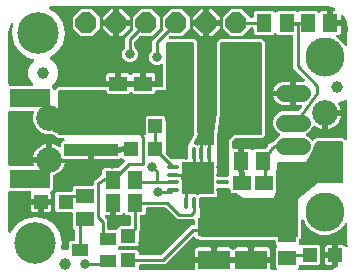
<source format=gbr>
G04 EAGLE Gerber RS-274X export*
G75*
%MOMM*%
%FSLAX34Y34*%
%LPD*%
%INTop Copper*%
%IPPOS*%
%AMOC8*
5,1,8,0,0,1.08239X$1,22.5*%
G01*
%ADD10R,2.700000X2.700000*%
%ADD11C,0.350000*%
%ADD12C,0.908000*%
%ADD13R,2.000000X7.500000*%
%ADD14R,1.500000X1.300000*%
%ADD15R,4.600000X1.000000*%
%ADD16R,3.400000X1.600000*%
%ADD17C,1.000000*%
%ADD18C,3.516000*%
%ADD19C,2.184400*%
%ADD20R,1.300000X1.500000*%
%ADD21C,1.458000*%
%ADD22C,3.316000*%
%ADD23R,1.200000X1.200000*%
%ADD24R,1.300000X1.200000*%
%ADD25R,1.200000X1.300000*%
%ADD26R,1.400000X1.000000*%
%ADD27P,1.924489X8X112.500000*%
%ADD28R,2.700000X1.600000*%
%ADD29C,0.254000*%
%ADD30C,0.800100*%
%ADD31C,0.812800*%
%ADD32C,1.016000*%

G36*
X200828Y95586D02*
X200828Y95586D01*
X200947Y95593D01*
X200985Y95606D01*
X201025Y95611D01*
X201136Y95655D01*
X201249Y95691D01*
X201284Y95713D01*
X201321Y95728D01*
X201417Y95798D01*
X201518Y95861D01*
X201546Y95891D01*
X201578Y95915D01*
X201654Y96006D01*
X201736Y96093D01*
X201755Y96128D01*
X201781Y96160D01*
X201832Y96267D01*
X201889Y96371D01*
X201900Y96411D01*
X201917Y96447D01*
X201939Y96564D01*
X201969Y96679D01*
X201973Y96740D01*
X201977Y96760D01*
X201975Y96780D01*
X201979Y96840D01*
X201979Y105611D01*
X206274Y105611D01*
X206921Y105438D01*
X207500Y105103D01*
X208042Y104561D01*
X208137Y104488D01*
X208226Y104409D01*
X208262Y104391D01*
X208294Y104366D01*
X208403Y104318D01*
X208509Y104264D01*
X208548Y104255D01*
X208586Y104239D01*
X208703Y104221D01*
X208819Y104195D01*
X208860Y104196D01*
X208900Y104190D01*
X209018Y104201D01*
X209137Y104204D01*
X209176Y104216D01*
X209216Y104219D01*
X209329Y104260D01*
X209443Y104293D01*
X209477Y104313D01*
X209516Y104327D01*
X209614Y104394D01*
X209717Y104454D01*
X209762Y104494D01*
X209779Y104506D01*
X209792Y104521D01*
X209837Y104561D01*
X210888Y105611D01*
X219710Y105611D01*
X219783Y105620D01*
X219857Y105619D01*
X219940Y105640D01*
X220026Y105651D01*
X220094Y105678D01*
X220166Y105695D01*
X220242Y105736D01*
X220322Y105768D01*
X220381Y105811D01*
X220446Y105846D01*
X220509Y105904D01*
X220579Y105954D01*
X220626Y106011D01*
X220680Y106061D01*
X220776Y106190D01*
X221962Y108023D01*
X221982Y108063D01*
X222008Y108100D01*
X222077Y108246D01*
X222472Y109245D01*
X222510Y109261D01*
X222566Y109294D01*
X222618Y109315D01*
X222673Y109355D01*
X222741Y109391D01*
X222761Y109409D01*
X222784Y109423D01*
X222828Y109467D01*
X222875Y109501D01*
X222921Y109556D01*
X222975Y109607D01*
X222998Y109637D01*
X223009Y109648D01*
X223020Y109667D01*
X223071Y109736D01*
X223094Y109771D01*
X224145Y109996D01*
X224187Y110011D01*
X224232Y110018D01*
X224383Y110072D01*
X225572Y110587D01*
X225707Y110667D01*
X225844Y110748D01*
X225845Y110749D01*
X225846Y110749D01*
X225847Y110750D01*
X225965Y110854D01*
X226424Y111313D01*
X226525Y111326D01*
X226553Y111336D01*
X226582Y111341D01*
X226700Y111395D01*
X226821Y111443D01*
X226845Y111460D01*
X226872Y111472D01*
X226973Y111553D01*
X227078Y111629D01*
X227097Y111652D01*
X227120Y111671D01*
X227198Y111774D01*
X227281Y111874D01*
X227294Y111901D01*
X227311Y111925D01*
X227382Y112069D01*
X227786Y113044D01*
X230551Y115809D01*
X231742Y116302D01*
X231863Y116371D01*
X231986Y116436D01*
X232001Y116450D01*
X232018Y116460D01*
X232118Y116557D01*
X232221Y116650D01*
X232232Y116667D01*
X232247Y116681D01*
X232319Y116799D01*
X232396Y116916D01*
X232403Y116935D01*
X232413Y116952D01*
X232454Y117085D01*
X232499Y117217D01*
X232501Y117237D01*
X232507Y117256D01*
X232513Y117395D01*
X232524Y117534D01*
X232521Y117554D01*
X232522Y117574D01*
X232494Y117710D01*
X232470Y117847D01*
X232462Y117866D01*
X232458Y117885D01*
X232396Y118010D01*
X232339Y118137D01*
X232327Y118153D01*
X232318Y118171D01*
X232228Y118277D01*
X232141Y118385D01*
X232125Y118398D01*
X232112Y118413D01*
X231998Y118493D01*
X231887Y118577D01*
X231862Y118589D01*
X231852Y118596D01*
X231832Y118603D01*
X231742Y118648D01*
X230551Y119141D01*
X227786Y121906D01*
X226289Y125520D01*
X226289Y129430D01*
X227786Y133044D01*
X230551Y135809D01*
X234165Y137306D01*
X247823Y137306D01*
X247861Y137311D01*
X247901Y137308D01*
X248019Y137331D01*
X248138Y137346D01*
X248175Y137360D01*
X248213Y137367D01*
X248322Y137418D01*
X248434Y137463D01*
X248466Y137486D01*
X248501Y137502D01*
X248594Y137579D01*
X248691Y137649D01*
X248716Y137680D01*
X248746Y137704D01*
X248849Y137828D01*
X250886Y140628D01*
X250905Y140664D01*
X250931Y140694D01*
X250982Y140802D01*
X251039Y140907D01*
X251049Y140946D01*
X251066Y140982D01*
X251089Y141099D01*
X251118Y141215D01*
X251119Y141255D01*
X251126Y141295D01*
X251119Y141414D01*
X251119Y141533D01*
X251109Y141572D01*
X251106Y141612D01*
X251070Y141725D01*
X251040Y141841D01*
X251021Y141876D01*
X251008Y141914D01*
X250944Y142015D01*
X250887Y142120D01*
X250860Y142149D01*
X250838Y142183D01*
X250751Y142265D01*
X250670Y142352D01*
X250636Y142374D01*
X250606Y142401D01*
X250502Y142459D01*
X250401Y142523D01*
X250363Y142535D01*
X250328Y142555D01*
X250212Y142584D01*
X250099Y142621D01*
X250059Y142624D01*
X250020Y142634D01*
X249859Y142644D01*
X245784Y142644D01*
X245784Y151370D01*
X245769Y151488D01*
X245762Y151607D01*
X245749Y151645D01*
X245744Y151685D01*
X245701Y151796D01*
X245664Y151909D01*
X245642Y151943D01*
X245627Y151981D01*
X245558Y152077D01*
X245494Y152178D01*
X245464Y152206D01*
X245441Y152238D01*
X245349Y152314D01*
X245262Y152396D01*
X245227Y152415D01*
X245196Y152441D01*
X245131Y152471D01*
X245222Y152538D01*
X245323Y152601D01*
X245351Y152631D01*
X245384Y152655D01*
X245460Y152746D01*
X245541Y152833D01*
X245561Y152868D01*
X245586Y152900D01*
X245637Y153007D01*
X245695Y153112D01*
X245705Y153151D01*
X245722Y153187D01*
X245744Y153304D01*
X245774Y153420D01*
X245778Y153480D01*
X245782Y153500D01*
X245782Y153501D01*
X245780Y153521D01*
X245784Y153580D01*
X245784Y162306D01*
X251474Y162306D01*
X252061Y162213D01*
X252140Y162210D01*
X252219Y162198D01*
X252299Y162205D01*
X252379Y162203D01*
X252456Y162220D01*
X252536Y162228D01*
X252611Y162255D01*
X252689Y162272D01*
X252760Y162308D01*
X252835Y162335D01*
X252901Y162380D01*
X252973Y162416D01*
X253032Y162469D01*
X253098Y162514D01*
X253151Y162574D01*
X253211Y162627D01*
X253256Y162692D01*
X253309Y162752D01*
X253345Y162823D01*
X253390Y162889D01*
X253417Y162964D01*
X253453Y163035D01*
X253471Y163113D01*
X253498Y163189D01*
X253506Y163268D01*
X253523Y163346D01*
X253521Y163426D01*
X253528Y163505D01*
X253516Y163584D01*
X253513Y163664D01*
X253491Y163740D01*
X253479Y163819D01*
X253447Y163892D01*
X253425Y163969D01*
X253384Y164038D01*
X253353Y164111D01*
X253304Y164174D01*
X253263Y164243D01*
X253159Y164362D01*
X253158Y164363D01*
X253157Y164364D01*
X243839Y173682D01*
X243839Y200780D01*
X243824Y200898D01*
X243817Y201017D01*
X243804Y201055D01*
X243799Y201096D01*
X243756Y201206D01*
X243719Y201319D01*
X243697Y201354D01*
X243682Y201391D01*
X243613Y201487D01*
X243549Y201588D01*
X243519Y201616D01*
X243496Y201649D01*
X243404Y201725D01*
X243317Y201806D01*
X243282Y201826D01*
X243251Y201851D01*
X243143Y201902D01*
X243039Y201960D01*
X242999Y201970D01*
X242963Y201987D01*
X242846Y202009D01*
X242731Y202039D01*
X242671Y202043D01*
X242651Y202047D01*
X242630Y202045D01*
X242570Y202049D01*
X230548Y202049D01*
X229498Y203099D01*
X229403Y203172D01*
X229314Y203251D01*
X229278Y203270D01*
X229246Y203294D01*
X229137Y203342D01*
X229031Y203396D01*
X228992Y203405D01*
X228954Y203421D01*
X228837Y203439D01*
X228721Y203465D01*
X228680Y203464D01*
X228640Y203470D01*
X228522Y203459D01*
X228403Y203456D01*
X228364Y203444D01*
X228324Y203441D01*
X228211Y203400D01*
X228097Y203367D01*
X228063Y203347D01*
X228024Y203333D01*
X227926Y203266D01*
X227823Y203206D01*
X227778Y203166D01*
X227761Y203154D01*
X227748Y203139D01*
X227703Y203099D01*
X226652Y202049D01*
X211548Y202049D01*
X210059Y203538D01*
X210059Y207010D01*
X210044Y207128D01*
X210037Y207247D01*
X210024Y207285D01*
X210019Y207326D01*
X209976Y207436D01*
X209939Y207549D01*
X209917Y207584D01*
X209902Y207621D01*
X209833Y207717D01*
X209769Y207818D01*
X209739Y207846D01*
X209716Y207879D01*
X209624Y207955D01*
X209537Y208036D01*
X209502Y208056D01*
X209471Y208081D01*
X209363Y208132D01*
X209259Y208190D01*
X209219Y208200D01*
X209183Y208217D01*
X209066Y208239D01*
X208951Y208269D01*
X208891Y208273D01*
X208871Y208277D01*
X208850Y208275D01*
X208790Y208279D01*
X208280Y208279D01*
X208162Y208264D01*
X208043Y208257D01*
X208005Y208244D01*
X207964Y208239D01*
X207854Y208196D01*
X207741Y208159D01*
X207706Y208137D01*
X207669Y208122D01*
X207573Y208053D01*
X207472Y207989D01*
X207444Y207959D01*
X207411Y207936D01*
X207335Y207844D01*
X207254Y207757D01*
X207234Y207722D01*
X207209Y207691D01*
X207158Y207583D01*
X207100Y207479D01*
X207090Y207439D01*
X207086Y207431D01*
X200315Y200659D01*
X190845Y200659D01*
X184149Y207355D01*
X184149Y216825D01*
X190845Y223521D01*
X200315Y223521D01*
X207096Y216740D01*
X207131Y216631D01*
X207153Y216596D01*
X207168Y216559D01*
X207237Y216463D01*
X207301Y216362D01*
X207331Y216334D01*
X207354Y216301D01*
X207446Y216225D01*
X207533Y216144D01*
X207568Y216124D01*
X207599Y216099D01*
X207707Y216048D01*
X207811Y215990D01*
X207851Y215980D01*
X207887Y215963D01*
X208004Y215941D01*
X208119Y215911D01*
X208179Y215907D01*
X208199Y215903D01*
X208220Y215905D01*
X208280Y215901D01*
X208790Y215901D01*
X208908Y215916D01*
X209027Y215923D01*
X209065Y215936D01*
X209106Y215941D01*
X209216Y215984D01*
X209329Y216021D01*
X209364Y216043D01*
X209401Y216058D01*
X209497Y216127D01*
X209598Y216191D01*
X209626Y216221D01*
X209659Y216244D01*
X209735Y216336D01*
X209816Y216423D01*
X209836Y216458D01*
X209861Y216489D01*
X209912Y216597D01*
X209970Y216701D01*
X209980Y216741D01*
X209997Y216777D01*
X210019Y216894D01*
X210049Y217009D01*
X210053Y217069D01*
X210057Y217089D01*
X210055Y217110D01*
X210059Y217170D01*
X210059Y220642D01*
X211548Y222131D01*
X226652Y222131D01*
X227703Y221081D01*
X227797Y221008D01*
X227886Y220929D01*
X227922Y220911D01*
X227954Y220886D01*
X228063Y220838D01*
X228169Y220784D01*
X228208Y220775D01*
X228246Y220759D01*
X228363Y220741D01*
X228479Y220715D01*
X228520Y220716D01*
X228560Y220710D01*
X228678Y220721D01*
X228797Y220724D01*
X228836Y220736D01*
X228876Y220739D01*
X228988Y220780D01*
X229103Y220813D01*
X229138Y220833D01*
X229176Y220847D01*
X229274Y220914D01*
X229377Y220974D01*
X229422Y221014D01*
X229439Y221026D01*
X229452Y221041D01*
X229498Y221081D01*
X230548Y222131D01*
X245652Y222131D01*
X246117Y221666D01*
X246211Y221593D01*
X246301Y221514D01*
X246337Y221496D01*
X246369Y221471D01*
X246478Y221423D01*
X246584Y221369D01*
X246623Y221360D01*
X246661Y221344D01*
X246778Y221326D01*
X246894Y221300D01*
X246935Y221301D01*
X246975Y221295D01*
X247093Y221306D01*
X247212Y221309D01*
X247251Y221321D01*
X247291Y221324D01*
X247403Y221365D01*
X247518Y221398D01*
X247553Y221418D01*
X247591Y221432D01*
X247689Y221499D01*
X247792Y221559D01*
X247837Y221599D01*
X247854Y221611D01*
X247867Y221626D01*
X247912Y221666D01*
X248378Y222131D01*
X263482Y222131D01*
X264533Y221081D01*
X264627Y221008D01*
X264716Y220929D01*
X264752Y220910D01*
X264784Y220886D01*
X264893Y220838D01*
X264999Y220784D01*
X265038Y220775D01*
X265076Y220759D01*
X265193Y220741D01*
X265309Y220715D01*
X265350Y220716D01*
X265390Y220709D01*
X265508Y220721D01*
X265627Y220724D01*
X265666Y220736D01*
X265706Y220739D01*
X265818Y220780D01*
X265933Y220813D01*
X265968Y220833D01*
X266006Y220847D01*
X266104Y220914D01*
X266207Y220974D01*
X266252Y221014D01*
X266269Y221025D01*
X266282Y221041D01*
X266328Y221081D01*
X266870Y221623D01*
X267449Y221958D01*
X268096Y222131D01*
X272391Y222131D01*
X272391Y213360D01*
X272406Y213242D01*
X272413Y213123D01*
X272426Y213085D01*
X272431Y213045D01*
X272474Y212934D01*
X272511Y212821D01*
X272533Y212786D01*
X272548Y212749D01*
X272618Y212653D01*
X272681Y212552D01*
X272711Y212524D01*
X272735Y212492D01*
X272826Y212416D01*
X272913Y212334D01*
X272948Y212315D01*
X272979Y212289D01*
X273087Y212238D01*
X273191Y212181D01*
X273231Y212170D01*
X273267Y212153D01*
X273384Y212131D01*
X273499Y212101D01*
X273560Y212097D01*
X273580Y212093D01*
X273600Y212095D01*
X273660Y212091D01*
X274931Y212091D01*
X274931Y210820D01*
X274946Y210702D01*
X274953Y210583D01*
X274966Y210545D01*
X274971Y210505D01*
X275015Y210394D01*
X275051Y210281D01*
X275073Y210246D01*
X275088Y210209D01*
X275158Y210113D01*
X275221Y210012D01*
X275251Y209984D01*
X275275Y209951D01*
X275366Y209876D01*
X275453Y209794D01*
X275488Y209774D01*
X275520Y209749D01*
X275627Y209698D01*
X275731Y209640D01*
X275771Y209630D01*
X275807Y209613D01*
X275924Y209591D01*
X276039Y209561D01*
X276100Y209557D01*
X276120Y209553D01*
X276140Y209555D01*
X276200Y209551D01*
X283971Y209551D01*
X283971Y204256D01*
X283798Y203609D01*
X283463Y203030D01*
X282990Y202557D01*
X282411Y202222D01*
X281764Y202049D01*
X281289Y202049D01*
X281220Y202041D01*
X281150Y202042D01*
X281063Y202021D01*
X280974Y202009D01*
X280909Y201984D01*
X280841Y201967D01*
X280762Y201925D01*
X280678Y201892D01*
X280622Y201851D01*
X280560Y201819D01*
X280493Y201758D01*
X280421Y201706D01*
X280376Y201652D01*
X280325Y201605D01*
X280275Y201530D01*
X280218Y201461D01*
X280188Y201397D01*
X280150Y201339D01*
X280121Y201254D01*
X280082Y201173D01*
X280069Y201104D01*
X280047Y201038D01*
X280039Y200949D01*
X280023Y200861D01*
X280027Y200791D01*
X280021Y200721D01*
X280037Y200633D01*
X280042Y200543D01*
X280064Y200477D01*
X280076Y200408D01*
X280113Y200326D01*
X280140Y200241D01*
X280178Y200182D01*
X280206Y200118D01*
X280262Y200048D01*
X280311Y199972D01*
X280361Y199924D01*
X280405Y199870D01*
X280477Y199816D01*
X280542Y199754D01*
X280603Y199720D01*
X280659Y199678D01*
X280804Y199607D01*
X281341Y199385D01*
X286720Y194006D01*
X287117Y193046D01*
X287152Y192985D01*
X287178Y192921D01*
X287230Y192848D01*
X287275Y192770D01*
X287323Y192720D01*
X287364Y192663D01*
X287434Y192606D01*
X287496Y192541D01*
X287556Y192505D01*
X287609Y192460D01*
X287691Y192422D01*
X287767Y192375D01*
X287834Y192355D01*
X287897Y192325D01*
X287985Y192308D01*
X288071Y192282D01*
X288141Y192278D01*
X288210Y192265D01*
X288299Y192271D01*
X288389Y192266D01*
X288457Y192281D01*
X288527Y192285D01*
X288612Y192313D01*
X288700Y192331D01*
X288763Y192361D01*
X288829Y192383D01*
X288905Y192431D01*
X288986Y192470D01*
X289039Y192516D01*
X289098Y192553D01*
X289160Y192619D01*
X289228Y192677D01*
X289268Y192734D01*
X289316Y192785D01*
X289359Y192863D01*
X289411Y192937D01*
X289436Y193002D01*
X289470Y193063D01*
X289492Y193150D01*
X289524Y193234D01*
X289532Y193304D01*
X289549Y193371D01*
X289559Y193532D01*
X289559Y201999D01*
X289541Y202146D01*
X289525Y202292D01*
X289521Y202303D01*
X289519Y202315D01*
X289465Y202452D01*
X289414Y202589D01*
X289413Y202591D01*
X289540Y203313D01*
X289541Y203343D01*
X289549Y203373D01*
X289559Y203534D01*
X289559Y204328D01*
X289560Y204329D01*
X289581Y204360D01*
X289622Y204474D01*
X289671Y204586D01*
X289677Y204623D01*
X289690Y204659D01*
X289715Y204818D01*
X289884Y206570D01*
X289882Y206639D01*
X289890Y206707D01*
X289878Y206868D01*
X289090Y212480D01*
X289059Y212595D01*
X289035Y212711D01*
X289012Y212767D01*
X289006Y212787D01*
X288996Y212804D01*
X288974Y212860D01*
X286490Y217954D01*
X286425Y218053D01*
X286367Y218156D01*
X286327Y218203D01*
X286316Y218220D01*
X286301Y218233D01*
X286262Y218279D01*
X286153Y218392D01*
X286037Y218486D01*
X285921Y218582D01*
X285912Y218586D01*
X285905Y218591D01*
X285769Y218654D01*
X285633Y218718D01*
X285624Y218719D01*
X285616Y218723D01*
X285468Y218749D01*
X285320Y218777D01*
X285312Y218777D01*
X285303Y218778D01*
X285153Y218767D01*
X285003Y218758D01*
X284995Y218755D01*
X284986Y218754D01*
X284843Y218706D01*
X284701Y218660D01*
X284693Y218655D01*
X284684Y218652D01*
X284558Y218570D01*
X284432Y218489D01*
X284426Y218483D01*
X284418Y218478D01*
X284317Y218367D01*
X284214Y218258D01*
X284210Y218250D01*
X284204Y218243D01*
X284133Y218111D01*
X284060Y217979D01*
X284058Y217971D01*
X284054Y217963D01*
X284018Y217817D01*
X283981Y217671D01*
X283980Y217659D01*
X283979Y217654D01*
X283979Y217641D01*
X283971Y217511D01*
X283971Y214629D01*
X277469Y214629D01*
X277469Y222131D01*
X277793Y222131D01*
X277802Y222132D01*
X277811Y222131D01*
X277960Y222152D01*
X278109Y222171D01*
X278117Y222174D01*
X278126Y222175D01*
X278265Y222232D01*
X278404Y222288D01*
X278412Y222293D01*
X278420Y222296D01*
X278540Y222386D01*
X278662Y222474D01*
X278667Y222481D01*
X278674Y222486D01*
X278768Y222603D01*
X278865Y222719D01*
X278868Y222727D01*
X278874Y222734D01*
X278936Y222872D01*
X279000Y223007D01*
X279002Y223016D01*
X279005Y223024D01*
X279032Y223173D01*
X279060Y223319D01*
X279059Y223328D01*
X279061Y223337D01*
X279049Y223488D01*
X279040Y223637D01*
X279038Y223645D01*
X279037Y223654D01*
X278989Y223796D01*
X278942Y223939D01*
X278938Y223947D01*
X278935Y223955D01*
X278853Y224080D01*
X278772Y224208D01*
X278766Y224214D01*
X278761Y224221D01*
X278650Y224323D01*
X278540Y224426D01*
X278533Y224430D01*
X278526Y224436D01*
X278389Y224521D01*
X277006Y225257D01*
X276941Y225281D01*
X276881Y225315D01*
X276728Y225365D01*
X274200Y226019D01*
X274120Y226029D01*
X274043Y226049D01*
X273887Y226059D01*
X273884Y226059D01*
X273882Y226059D01*
X37944Y226059D01*
X37840Y226046D01*
X37736Y226042D01*
X37683Y226026D01*
X37629Y226019D01*
X37532Y225981D01*
X37431Y225951D01*
X37384Y225923D01*
X37333Y225902D01*
X37248Y225841D01*
X37159Y225787D01*
X37120Y225748D01*
X37075Y225716D01*
X37009Y225635D01*
X36936Y225561D01*
X36908Y225513D01*
X36873Y225471D01*
X36828Y225376D01*
X36776Y225286D01*
X36761Y225233D01*
X36737Y225183D01*
X36718Y225080D01*
X36689Y224980D01*
X36688Y224925D01*
X36677Y224871D01*
X36684Y224766D01*
X36681Y224662D01*
X36694Y224608D01*
X36697Y224553D01*
X36729Y224454D01*
X36753Y224352D01*
X36778Y224303D01*
X36795Y224251D01*
X36851Y224162D01*
X36899Y224070D01*
X36936Y224028D01*
X36965Y223982D01*
X37041Y223910D01*
X37111Y223832D01*
X37181Y223779D01*
X37197Y223764D01*
X37210Y223757D01*
X37239Y223735D01*
X43974Y219234D01*
X48890Y211878D01*
X50616Y203200D01*
X48890Y194522D01*
X43974Y187166D01*
X37985Y183164D01*
X37974Y183154D01*
X37961Y183147D01*
X37853Y183050D01*
X37745Y182955D01*
X37736Y182943D01*
X37725Y182933D01*
X37646Y182813D01*
X37564Y182694D01*
X37559Y182680D01*
X37551Y182668D01*
X37504Y182531D01*
X37454Y182395D01*
X37452Y182381D01*
X37447Y182367D01*
X37436Y182223D01*
X37421Y182079D01*
X37423Y182064D01*
X37422Y182050D01*
X37447Y181908D01*
X37468Y181765D01*
X37474Y181751D01*
X37477Y181736D01*
X37536Y181604D01*
X37592Y181472D01*
X37601Y181460D01*
X37607Y181446D01*
X37697Y181333D01*
X37785Y181219D01*
X37796Y181210D01*
X37806Y181198D01*
X37921Y181111D01*
X38034Y181022D01*
X38048Y181016D01*
X38060Y181007D01*
X38204Y180936D01*
X39084Y180572D01*
X42612Y177044D01*
X44521Y172435D01*
X44521Y167445D01*
X42612Y162836D01*
X39512Y159736D01*
X39439Y159642D01*
X39360Y159553D01*
X39342Y159517D01*
X39317Y159485D01*
X39269Y159376D01*
X39215Y159270D01*
X39207Y159230D01*
X39190Y159193D01*
X39172Y159076D01*
X39146Y158960D01*
X39147Y158919D01*
X39141Y158879D01*
X39152Y158761D01*
X39155Y158642D01*
X39167Y158603D01*
X39170Y158563D01*
X39211Y158450D01*
X39244Y158336D01*
X39264Y158301D01*
X39278Y158263D01*
X39345Y158165D01*
X39405Y158062D01*
X39445Y158017D01*
X39457Y158000D01*
X39472Y157987D01*
X39512Y157941D01*
X40101Y157352D01*
X40101Y156504D01*
X40118Y156367D01*
X40131Y156228D01*
X40138Y156209D01*
X40141Y156189D01*
X40192Y156060D01*
X40239Y155929D01*
X40250Y155912D01*
X40258Y155893D01*
X40339Y155780D01*
X40417Y155665D01*
X40433Y155652D01*
X40444Y155636D01*
X40552Y155547D01*
X40656Y155455D01*
X40674Y155446D01*
X40689Y155433D01*
X40815Y155374D01*
X40939Y155310D01*
X40959Y155306D01*
X40977Y155297D01*
X41113Y155271D01*
X41249Y155241D01*
X41270Y155241D01*
X41289Y155237D01*
X41428Y155246D01*
X41567Y155250D01*
X41587Y155256D01*
X41607Y155257D01*
X41739Y155300D01*
X41873Y155339D01*
X41890Y155349D01*
X41909Y155355D01*
X42027Y155430D01*
X42147Y155500D01*
X42168Y155519D01*
X42178Y155525D01*
X42192Y155540D01*
X42267Y155607D01*
X44142Y157481D01*
X83940Y157481D01*
X84058Y157496D01*
X84177Y157503D01*
X84215Y157516D01*
X84256Y157521D01*
X84366Y157564D01*
X84479Y157601D01*
X84514Y157623D01*
X84551Y157638D01*
X84647Y157707D01*
X84748Y157771D01*
X84776Y157801D01*
X84809Y157824D01*
X84885Y157916D01*
X84966Y158003D01*
X84986Y158038D01*
X85011Y158069D01*
X85021Y158091D01*
X93980Y158091D01*
X94098Y158106D01*
X94217Y158113D01*
X94255Y158126D01*
X94295Y158131D01*
X94406Y158174D01*
X94519Y158211D01*
X94554Y158233D01*
X94591Y158248D01*
X94687Y158318D01*
X94788Y158381D01*
X94816Y158411D01*
X94848Y158435D01*
X94924Y158526D01*
X95006Y158613D01*
X95025Y158648D01*
X95051Y158679D01*
X95102Y158787D01*
X95159Y158891D01*
X95170Y158931D01*
X95187Y158967D01*
X95209Y159084D01*
X95239Y159199D01*
X95243Y159260D01*
X95247Y159280D01*
X95245Y159300D01*
X95249Y159360D01*
X95249Y160631D01*
X95251Y160631D01*
X95251Y159360D01*
X95266Y159242D01*
X95273Y159123D01*
X95286Y159085D01*
X95291Y159045D01*
X95335Y158934D01*
X95371Y158821D01*
X95393Y158786D01*
X95408Y158749D01*
X95478Y158653D01*
X95541Y158552D01*
X95571Y158524D01*
X95595Y158491D01*
X95686Y158416D01*
X95773Y158334D01*
X95808Y158314D01*
X95840Y158289D01*
X95947Y158238D01*
X96051Y158180D01*
X96091Y158170D01*
X96127Y158153D01*
X96244Y158131D01*
X96359Y158101D01*
X96420Y158097D01*
X96440Y158093D01*
X96460Y158095D01*
X96520Y158091D01*
X115570Y158091D01*
X115688Y158106D01*
X115807Y158113D01*
X115845Y158126D01*
X115885Y158131D01*
X115996Y158174D01*
X116109Y158211D01*
X116144Y158233D01*
X116181Y158248D01*
X116277Y158318D01*
X116378Y158381D01*
X116406Y158411D01*
X116438Y158435D01*
X116514Y158526D01*
X116596Y158613D01*
X116615Y158648D01*
X116641Y158679D01*
X116692Y158787D01*
X116749Y158891D01*
X116760Y158931D01*
X116777Y158967D01*
X116799Y159084D01*
X116829Y159199D01*
X116833Y159260D01*
X116837Y159280D01*
X116835Y159300D01*
X116839Y159360D01*
X116839Y160631D01*
X116841Y160631D01*
X116841Y159360D01*
X116856Y159242D01*
X116863Y159123D01*
X116876Y159085D01*
X116881Y159045D01*
X116925Y158934D01*
X116961Y158821D01*
X116983Y158786D01*
X116998Y158749D01*
X117068Y158653D01*
X117131Y158552D01*
X117161Y158524D01*
X117185Y158491D01*
X117276Y158416D01*
X117363Y158334D01*
X117398Y158314D01*
X117430Y158289D01*
X117537Y158238D01*
X117641Y158180D01*
X117681Y158170D01*
X117717Y158153D01*
X117834Y158131D01*
X117949Y158101D01*
X118010Y158097D01*
X118030Y158093D01*
X118050Y158095D01*
X118110Y158091D01*
X127072Y158091D01*
X127107Y158043D01*
X127171Y157942D01*
X127201Y157914D01*
X127224Y157881D01*
X127316Y157805D01*
X127403Y157724D01*
X127438Y157704D01*
X127469Y157679D01*
X127577Y157628D01*
X127681Y157570D01*
X127721Y157560D01*
X127757Y157543D01*
X127874Y157521D01*
X127989Y157491D01*
X128049Y157487D01*
X128069Y157483D01*
X128090Y157485D01*
X128150Y157481D01*
X132080Y157481D01*
X132198Y157496D01*
X132317Y157503D01*
X132355Y157516D01*
X132396Y157521D01*
X132506Y157564D01*
X132619Y157601D01*
X132654Y157623D01*
X132691Y157638D01*
X132787Y157707D01*
X132888Y157771D01*
X132916Y157801D01*
X132949Y157824D01*
X133025Y157916D01*
X133106Y158003D01*
X133126Y158038D01*
X133151Y158069D01*
X133202Y158177D01*
X133260Y158281D01*
X133270Y158321D01*
X133287Y158357D01*
X133309Y158474D01*
X133339Y158589D01*
X133343Y158649D01*
X133347Y158669D01*
X133345Y158690D01*
X133349Y158750D01*
X133349Y176004D01*
X133343Y176054D01*
X133345Y176103D01*
X133323Y176211D01*
X133309Y176320D01*
X133291Y176366D01*
X133281Y176415D01*
X133233Y176513D01*
X133192Y176615D01*
X133163Y176656D01*
X133141Y176700D01*
X133070Y176784D01*
X133006Y176873D01*
X132967Y176904D01*
X132935Y176942D01*
X132845Y177005D01*
X132761Y177076D01*
X132716Y177097D01*
X132675Y177125D01*
X132572Y177164D01*
X132473Y177211D01*
X132424Y177220D01*
X132378Y177238D01*
X132268Y177250D01*
X132161Y177271D01*
X132111Y177268D01*
X132062Y177273D01*
X131953Y177258D01*
X131843Y177251D01*
X131796Y177236D01*
X131747Y177229D01*
X131594Y177177D01*
X129571Y176339D01*
X126969Y176339D01*
X124565Y177335D01*
X122725Y179175D01*
X121729Y181579D01*
X121729Y184181D01*
X122725Y186585D01*
X124088Y187948D01*
X124148Y188027D01*
X124216Y188099D01*
X124245Y188152D01*
X124282Y188200D01*
X124322Y188290D01*
X124370Y188377D01*
X124385Y188436D01*
X124409Y188491D01*
X124424Y188589D01*
X124449Y188685D01*
X124455Y188785D01*
X124459Y188805D01*
X124457Y188818D01*
X124459Y188846D01*
X124459Y197158D01*
X133105Y205804D01*
X133178Y205899D01*
X133257Y205988D01*
X133275Y206024D01*
X133300Y206056D01*
X133347Y206165D01*
X133402Y206271D01*
X133410Y206310D01*
X133426Y206347D01*
X133445Y206465D01*
X133471Y206581D01*
X133470Y206622D01*
X133476Y206662D01*
X133465Y206780D01*
X133462Y206899D01*
X133450Y206938D01*
X133447Y206978D01*
X133406Y207090D01*
X133373Y207205D01*
X133353Y207239D01*
X133349Y207249D01*
X133349Y216825D01*
X140045Y223521D01*
X149515Y223521D01*
X156211Y216825D01*
X156211Y207355D01*
X149515Y200659D01*
X139925Y200659D01*
X139823Y200712D01*
X139784Y200720D01*
X139746Y200736D01*
X139629Y200755D01*
X139513Y200781D01*
X139472Y200780D01*
X139432Y200786D01*
X139314Y200775D01*
X139195Y200772D01*
X139156Y200760D01*
X139116Y200757D01*
X139003Y200716D01*
X138889Y200683D01*
X138854Y200663D01*
X138816Y200649D01*
X138718Y200582D01*
X138615Y200522D01*
X138570Y200482D01*
X138553Y200470D01*
X138540Y200455D01*
X138494Y200415D01*
X138367Y200287D01*
X138281Y200178D01*
X138193Y200071D01*
X138184Y200052D01*
X138172Y200036D01*
X138116Y199908D01*
X138057Y199783D01*
X138053Y199763D01*
X138045Y199744D01*
X138023Y199606D01*
X137997Y199470D01*
X137999Y199450D01*
X137996Y199430D01*
X138009Y199291D01*
X138017Y199153D01*
X138023Y199134D01*
X138025Y199114D01*
X138073Y198982D01*
X138115Y198851D01*
X138126Y198833D01*
X138133Y198814D01*
X138211Y198699D01*
X138285Y198582D01*
X138300Y198568D01*
X138312Y198551D01*
X138416Y198459D01*
X138517Y198364D01*
X138535Y198354D01*
X138550Y198341D01*
X138674Y198277D01*
X138796Y198210D01*
X138815Y198205D01*
X138833Y198196D01*
X138969Y198166D01*
X139103Y198131D01*
X139132Y198129D01*
X139143Y198126D01*
X139164Y198127D01*
X139264Y198121D01*
X160328Y198121D01*
X162561Y195888D01*
X162561Y118934D01*
X162576Y118812D01*
X162585Y118689D01*
X162598Y118638D01*
X162601Y118619D01*
X162608Y118599D01*
X162626Y118533D01*
X162864Y117818D01*
X162695Y117478D01*
X162677Y117427D01*
X162650Y117379D01*
X162624Y117278D01*
X162589Y117178D01*
X162585Y117124D01*
X162571Y117071D01*
X162561Y116911D01*
X162561Y116532D01*
X162028Y115998D01*
X161952Y115901D01*
X161871Y115808D01*
X161844Y115762D01*
X161833Y115747D01*
X161824Y115727D01*
X161790Y115668D01*
X159450Y110989D01*
X159421Y110907D01*
X159383Y110827D01*
X159381Y110820D01*
X159379Y110810D01*
X159369Y110757D01*
X159345Y110689D01*
X159337Y110602D01*
X159320Y110516D01*
X159323Y110444D01*
X159317Y110373D01*
X159332Y110286D01*
X159336Y110198D01*
X159358Y110130D01*
X159369Y110059D01*
X159405Y109978D01*
X159431Y109895D01*
X159469Y109834D01*
X159498Y109768D01*
X159552Y109699D01*
X159598Y109624D01*
X159650Y109574D01*
X159694Y109518D01*
X159764Y109465D01*
X159828Y109404D01*
X159890Y109369D01*
X159947Y109325D01*
X160028Y109291D01*
X160104Y109247D01*
X160228Y109206D01*
X160240Y109201D01*
X160246Y109200D01*
X160257Y109196D01*
X161106Y108968D01*
X162065Y108415D01*
X162163Y108373D01*
X162256Y108325D01*
X162309Y108312D01*
X162359Y108291D01*
X162463Y108276D01*
X162566Y108252D01*
X162620Y108253D01*
X162673Y108245D01*
X162778Y108256D01*
X162884Y108258D01*
X162936Y108272D01*
X162989Y108278D01*
X163089Y108315D01*
X163190Y108343D01*
X163267Y108381D01*
X163288Y108389D01*
X163300Y108398D01*
X163335Y108415D01*
X164294Y108968D01*
X164681Y109072D01*
X164681Y106392D01*
X164689Y106324D01*
X164688Y106255D01*
X164709Y106167D01*
X164720Y106077D01*
X164746Y106013D01*
X164762Y105946D01*
X164804Y105865D01*
X164837Y105781D01*
X164878Y105725D01*
X164910Y105664D01*
X165011Y105539D01*
X165011Y105538D01*
X165018Y105532D01*
X165024Y105524D01*
X165025Y105523D01*
X165140Y105428D01*
X165253Y105332D01*
X165262Y105327D01*
X165270Y105321D01*
X165404Y105257D01*
X165538Y105191D01*
X165548Y105189D01*
X165557Y105185D01*
X165704Y105157D01*
X165850Y105127D01*
X165860Y105127D01*
X165870Y105125D01*
X166019Y105135D01*
X166167Y105141D01*
X166177Y105144D01*
X166187Y105145D01*
X166329Y105191D01*
X166471Y105235D01*
X166480Y105240D01*
X166490Y105243D01*
X166616Y105323D01*
X166743Y105401D01*
X166750Y105408D01*
X166758Y105413D01*
X166860Y105521D01*
X166964Y105629D01*
X166969Y105638D01*
X166976Y105645D01*
X167048Y105775D01*
X167122Y105905D01*
X167125Y105915D01*
X167130Y105923D01*
X167167Y106067D01*
X167206Y106211D01*
X167207Y106222D01*
X167209Y106231D01*
X167219Y106392D01*
X167219Y109072D01*
X167606Y108968D01*
X168565Y108415D01*
X168663Y108373D01*
X168756Y108325D01*
X168809Y108312D01*
X168859Y108291D01*
X168963Y108276D01*
X169066Y108252D01*
X169120Y108253D01*
X169173Y108245D01*
X169278Y108256D01*
X169384Y108258D01*
X169436Y108272D01*
X169489Y108278D01*
X169589Y108315D01*
X169690Y108343D01*
X169767Y108381D01*
X169788Y108389D01*
X169800Y108398D01*
X169835Y108415D01*
X170794Y108968D01*
X171181Y109072D01*
X171181Y106242D01*
X171193Y106144D01*
X171196Y106045D01*
X171213Y105987D01*
X171220Y105927D01*
X171257Y105835D01*
X171284Y105740D01*
X171315Y105687D01*
X171337Y105631D01*
X171396Y105551D01*
X171446Y105466D01*
X171512Y105390D01*
X171524Y105374D01*
X171525Y105374D01*
X171525Y105373D01*
X171534Y105366D01*
X171552Y105345D01*
X171553Y105344D01*
X171663Y105259D01*
X171770Y105171D01*
X171788Y105162D01*
X171804Y105150D01*
X171932Y105094D01*
X172057Y105035D01*
X172077Y105031D01*
X172096Y105023D01*
X172234Y105001D01*
X172370Y104975D01*
X172390Y104977D01*
X172410Y104973D01*
X172549Y104986D01*
X172687Y104995D01*
X172706Y105001D01*
X172726Y105003D01*
X172858Y105050D01*
X172990Y105093D01*
X173007Y105104D01*
X173026Y105111D01*
X173141Y105189D01*
X173258Y105263D01*
X173272Y105278D01*
X173289Y105289D01*
X173381Y105393D01*
X173476Y105495D01*
X173486Y105513D01*
X173499Y105528D01*
X173563Y105652D01*
X173630Y105773D01*
X173635Y105793D01*
X173644Y105811D01*
X173674Y105947D01*
X173709Y106081D01*
X173711Y106109D01*
X173714Y106121D01*
X173713Y106142D01*
X173719Y106242D01*
X173719Y109072D01*
X174106Y108968D01*
X174625Y108669D01*
X174747Y108617D01*
X174867Y108561D01*
X174894Y108556D01*
X174919Y108545D01*
X175050Y108526D01*
X175180Y108501D01*
X175206Y108503D01*
X175233Y108499D01*
X175365Y108513D01*
X175497Y108521D01*
X175523Y108529D01*
X175549Y108532D01*
X175673Y108578D01*
X175799Y108619D01*
X175822Y108633D01*
X175848Y108643D01*
X175956Y108718D01*
X176068Y108789D01*
X176087Y108809D01*
X176109Y108824D01*
X176195Y108924D01*
X176286Y109021D01*
X176299Y109044D01*
X176317Y109065D01*
X176376Y109183D01*
X176440Y109299D01*
X176446Y109325D01*
X176458Y109349D01*
X176486Y109479D01*
X176519Y109607D01*
X176521Y109645D01*
X176525Y109660D01*
X176524Y109682D01*
X176529Y109768D01*
X176529Y113827D01*
X176527Y113847D01*
X176529Y113867D01*
X176507Y114005D01*
X176489Y114143D01*
X176482Y114161D01*
X176479Y114181D01*
X176424Y114309D01*
X176372Y114438D01*
X176361Y114455D01*
X176360Y114455D01*
X176519Y115729D01*
X176519Y115732D01*
X176529Y115886D01*
X176529Y117182D01*
X176608Y117283D01*
X176616Y117302D01*
X176628Y117318D01*
X176679Y117448D01*
X176734Y117575D01*
X176737Y117595D01*
X176745Y117614D01*
X176775Y117772D01*
X179059Y136049D01*
X179059Y136052D01*
X179069Y136206D01*
X179069Y195888D01*
X181302Y198121D01*
X217478Y198121D01*
X219711Y195888D01*
X219711Y116532D01*
X217478Y114299D01*
X195144Y114299D01*
X195046Y114287D01*
X194947Y114284D01*
X194889Y114267D01*
X194829Y114259D01*
X194737Y114223D01*
X194641Y114195D01*
X194589Y114165D01*
X194533Y114142D01*
X194453Y114084D01*
X194368Y114034D01*
X194292Y113968D01*
X194276Y113956D01*
X194268Y113946D01*
X194247Y113928D01*
X192142Y111823D01*
X192082Y111745D01*
X192014Y111673D01*
X191985Y111620D01*
X191948Y111572D01*
X191908Y111481D01*
X191860Y111394D01*
X191845Y111336D01*
X191821Y111280D01*
X191806Y111182D01*
X191781Y111086D01*
X191775Y110986D01*
X191771Y110966D01*
X191773Y110954D01*
X191771Y110926D01*
X191771Y106880D01*
X191786Y106762D01*
X191793Y106643D01*
X191806Y106605D01*
X191811Y106564D01*
X191854Y106454D01*
X191891Y106341D01*
X191913Y106306D01*
X191928Y106269D01*
X191997Y106173D01*
X192061Y106072D01*
X192091Y106044D01*
X192114Y106011D01*
X192206Y105935D01*
X192293Y105854D01*
X192328Y105834D01*
X192359Y105809D01*
X192467Y105758D01*
X192571Y105700D01*
X192611Y105690D01*
X192647Y105673D01*
X192764Y105651D01*
X192879Y105621D01*
X192939Y105617D01*
X192959Y105613D01*
X192980Y105615D01*
X193040Y105611D01*
X196901Y105611D01*
X196901Y96840D01*
X196916Y96722D01*
X196923Y96603D01*
X196936Y96565D01*
X196941Y96525D01*
X196984Y96414D01*
X197021Y96301D01*
X197043Y96266D01*
X197058Y96229D01*
X197128Y96133D01*
X197191Y96032D01*
X197221Y96004D01*
X197245Y95972D01*
X197336Y95896D01*
X197423Y95814D01*
X197458Y95795D01*
X197489Y95769D01*
X197597Y95718D01*
X197701Y95661D01*
X197741Y95650D01*
X197777Y95633D01*
X197894Y95611D01*
X198009Y95581D01*
X198070Y95577D01*
X198090Y95573D01*
X198110Y95575D01*
X198170Y95571D01*
X200710Y95571D01*
X200828Y95586D01*
G37*
G36*
X151976Y96522D02*
X151976Y96522D01*
X151985Y96521D01*
X152134Y96542D01*
X152204Y96551D01*
X153670Y96551D01*
X153788Y96566D01*
X153907Y96573D01*
X153945Y96586D01*
X153986Y96591D01*
X154096Y96634D01*
X154209Y96671D01*
X154244Y96693D01*
X154281Y96708D01*
X154377Y96777D01*
X154478Y96841D01*
X154506Y96871D01*
X154539Y96894D01*
X154615Y96986D01*
X154696Y97073D01*
X154716Y97108D01*
X154741Y97139D01*
X154792Y97247D01*
X154850Y97351D01*
X154860Y97391D01*
X154877Y97427D01*
X154899Y97544D01*
X154929Y97659D01*
X154933Y97719D01*
X154937Y97739D01*
X154935Y97760D01*
X154939Y97820D01*
X154939Y107650D01*
X159885Y117542D01*
X159903Y117594D01*
X159930Y117641D01*
X159940Y117682D01*
X159951Y117705D01*
X159961Y117758D01*
X159991Y117842D01*
X159995Y117897D01*
X160009Y117949D01*
X160019Y118110D01*
X160019Y194310D01*
X160004Y194428D01*
X159997Y194547D01*
X159984Y194585D01*
X159979Y194626D01*
X159936Y194736D01*
X159899Y194849D01*
X159877Y194884D01*
X159862Y194921D01*
X159793Y195017D01*
X159729Y195118D01*
X159699Y195146D01*
X159676Y195179D01*
X159584Y195255D01*
X159497Y195336D01*
X159462Y195356D01*
X159431Y195381D01*
X159323Y195432D01*
X159219Y195490D01*
X159179Y195500D01*
X159143Y195517D01*
X159026Y195539D01*
X158911Y195569D01*
X158851Y195573D01*
X158831Y195577D01*
X158810Y195575D01*
X158750Y195579D01*
X137160Y195579D01*
X137042Y195564D01*
X136923Y195557D01*
X136885Y195544D01*
X136844Y195539D01*
X136734Y195496D01*
X136621Y195459D01*
X136586Y195437D01*
X136549Y195422D01*
X136453Y195353D01*
X136352Y195289D01*
X136324Y195259D01*
X136291Y195236D01*
X136216Y195144D01*
X136134Y195057D01*
X136114Y195022D01*
X136089Y194991D01*
X136038Y194883D01*
X135980Y194779D01*
X135970Y194739D01*
X135953Y194703D01*
X135931Y194586D01*
X135901Y194471D01*
X135897Y194411D01*
X135893Y194391D01*
X135895Y194370D01*
X135891Y194310D01*
X135891Y154939D01*
X127642Y154939D01*
X127524Y154924D01*
X127405Y154917D01*
X127367Y154904D01*
X127326Y154899D01*
X127216Y154856D01*
X127103Y154819D01*
X127068Y154797D01*
X127031Y154782D01*
X126935Y154713D01*
X126834Y154649D01*
X126806Y154619D01*
X126773Y154596D01*
X126697Y154504D01*
X126616Y154417D01*
X126596Y154382D01*
X126571Y154351D01*
X126520Y154243D01*
X126462Y154139D01*
X126452Y154099D01*
X126435Y154063D01*
X126413Y153946D01*
X126383Y153831D01*
X126379Y153771D01*
X126375Y153751D01*
X126376Y153735D01*
X126375Y153730D01*
X126376Y153720D01*
X126373Y153670D01*
X126373Y153288D01*
X125182Y152097D01*
X108498Y152097D01*
X106942Y153653D01*
X106848Y153726D01*
X106759Y153805D01*
X106723Y153823D01*
X106691Y153848D01*
X106582Y153895D01*
X106476Y153949D01*
X106437Y153958D01*
X106399Y153974D01*
X106282Y153993D01*
X106166Y154019D01*
X106125Y154018D01*
X106085Y154024D01*
X105967Y154013D01*
X105848Y154009D01*
X105809Y153998D01*
X105769Y153994D01*
X105657Y153954D01*
X105542Y153921D01*
X105507Y153900D01*
X105469Y153887D01*
X105371Y153820D01*
X105268Y153759D01*
X105223Y153719D01*
X105206Y153708D01*
X105193Y153693D01*
X105147Y153653D01*
X103592Y152097D01*
X86908Y152097D01*
X85717Y153288D01*
X85717Y153670D01*
X85702Y153788D01*
X85695Y153907D01*
X85682Y153945D01*
X85677Y153986D01*
X85634Y154096D01*
X85597Y154209D01*
X85575Y154244D01*
X85560Y154281D01*
X85491Y154377D01*
X85427Y154478D01*
X85397Y154506D01*
X85374Y154539D01*
X85282Y154615D01*
X85195Y154696D01*
X85160Y154716D01*
X85129Y154741D01*
X85021Y154792D01*
X84917Y154850D01*
X84877Y154860D01*
X84841Y154877D01*
X84724Y154899D01*
X84609Y154929D01*
X84549Y154933D01*
X84529Y154937D01*
X84508Y154935D01*
X84448Y154939D01*
X45720Y154939D01*
X45602Y154924D01*
X45483Y154917D01*
X45445Y154904D01*
X45404Y154899D01*
X45294Y154856D01*
X45181Y154819D01*
X45146Y154797D01*
X45109Y154782D01*
X45013Y154713D01*
X44912Y154649D01*
X44884Y154619D01*
X44851Y154596D01*
X44776Y154504D01*
X44694Y154417D01*
X44674Y154382D01*
X44649Y154351D01*
X44598Y154243D01*
X44540Y154139D01*
X44530Y154099D01*
X44513Y154063D01*
X44491Y153946D01*
X44461Y153831D01*
X44457Y153771D01*
X44453Y153751D01*
X44454Y153735D01*
X44453Y153730D01*
X44454Y153720D01*
X44451Y153670D01*
X44451Y118110D01*
X44466Y117992D01*
X44473Y117873D01*
X44486Y117835D01*
X44491Y117794D01*
X44534Y117684D01*
X44571Y117571D01*
X44593Y117536D01*
X44608Y117499D01*
X44678Y117403D01*
X44741Y117302D01*
X44771Y117274D01*
X44794Y117241D01*
X44886Y117166D01*
X44973Y117084D01*
X45008Y117064D01*
X45039Y117039D01*
X45147Y116988D01*
X45251Y116930D01*
X45291Y116920D01*
X45327Y116903D01*
X45444Y116881D01*
X45559Y116851D01*
X45620Y116847D01*
X45640Y116843D01*
X45660Y116845D01*
X45720Y116841D01*
X117698Y116841D01*
X117816Y116856D01*
X117935Y116863D01*
X117973Y116876D01*
X118014Y116881D01*
X118124Y116924D01*
X118237Y116961D01*
X118272Y116983D01*
X118309Y116998D01*
X118405Y117068D01*
X118506Y117131D01*
X118534Y117161D01*
X118567Y117184D01*
X118643Y117276D01*
X118724Y117363D01*
X118744Y117398D01*
X118769Y117429D01*
X118820Y117537D01*
X118878Y117641D01*
X118888Y117681D01*
X118905Y117717D01*
X118927Y117834D01*
X118957Y117949D01*
X118961Y118010D01*
X118965Y118030D01*
X118963Y118050D01*
X118967Y118110D01*
X118967Y131802D01*
X120158Y132993D01*
X133842Y132993D01*
X135033Y131802D01*
X135033Y129645D01*
X135050Y129510D01*
X135062Y129374D01*
X135070Y129352D01*
X135073Y129330D01*
X135123Y129203D01*
X135168Y129074D01*
X135181Y129055D01*
X135190Y129034D01*
X135270Y128924D01*
X135346Y128810D01*
X135363Y128795D01*
X135376Y128777D01*
X135482Y128689D01*
X135584Y128599D01*
X135604Y128588D01*
X135621Y128574D01*
X135745Y128516D01*
X135866Y128453D01*
X135889Y128448D01*
X135891Y128447D01*
X135891Y101944D01*
X135903Y101846D01*
X135906Y101747D01*
X135923Y101689D01*
X135931Y101629D01*
X135967Y101537D01*
X135995Y101441D01*
X136025Y101389D01*
X136048Y101333D01*
X136106Y101253D01*
X136156Y101168D01*
X136222Y101092D01*
X136234Y101076D01*
X136244Y101068D01*
X136263Y101047D01*
X140417Y96893D01*
X140495Y96832D01*
X140567Y96764D01*
X140620Y96735D01*
X140668Y96698D01*
X140759Y96658D01*
X140846Y96610D01*
X140904Y96595D01*
X140960Y96571D01*
X141058Y96556D01*
X141153Y96531D01*
X141254Y96525D01*
X141274Y96521D01*
X141286Y96523D01*
X141314Y96521D01*
X151967Y96521D01*
X151976Y96522D01*
G37*
G36*
X174526Y30482D02*
X174526Y30482D01*
X174535Y30481D01*
X174684Y30502D01*
X174832Y30521D01*
X174841Y30524D01*
X174850Y30525D01*
X175002Y30577D01*
X175229Y30671D01*
X177831Y30671D01*
X178058Y30577D01*
X178067Y30575D01*
X178075Y30570D01*
X178219Y30533D01*
X178364Y30493D01*
X178374Y30493D01*
X178383Y30491D01*
X178543Y30481D01*
X191027Y30481D01*
X191036Y30482D01*
X191045Y30481D01*
X191194Y30502D01*
X191342Y30521D01*
X191351Y30524D01*
X191360Y30525D01*
X191512Y30577D01*
X191739Y30671D01*
X194341Y30671D01*
X194568Y30577D01*
X194577Y30575D01*
X194585Y30570D01*
X194729Y30533D01*
X194874Y30493D01*
X194884Y30493D01*
X194893Y30491D01*
X195053Y30481D01*
X206267Y30481D01*
X206276Y30482D01*
X206285Y30481D01*
X206434Y30502D01*
X206582Y30521D01*
X206591Y30524D01*
X206600Y30525D01*
X206752Y30577D01*
X206979Y30671D01*
X209581Y30671D01*
X209808Y30577D01*
X209817Y30575D01*
X209825Y30570D01*
X209969Y30533D01*
X210114Y30493D01*
X210124Y30493D01*
X210133Y30491D01*
X210293Y30481D01*
X246380Y30481D01*
X246498Y30496D01*
X246617Y30503D01*
X246655Y30516D01*
X246696Y30521D01*
X246806Y30564D01*
X246919Y30601D01*
X246954Y30623D01*
X246991Y30638D01*
X247087Y30708D01*
X247188Y30771D01*
X247216Y30801D01*
X247249Y30824D01*
X247325Y30916D01*
X247406Y31003D01*
X247426Y31038D01*
X247451Y31069D01*
X247502Y31177D01*
X247560Y31281D01*
X247570Y31321D01*
X247587Y31357D01*
X247609Y31474D01*
X247639Y31589D01*
X247643Y31650D01*
X247647Y31670D01*
X247645Y31690D01*
X247649Y31750D01*
X247649Y62883D01*
X264599Y76201D01*
X284480Y76201D01*
X284598Y76216D01*
X284717Y76223D01*
X284755Y76236D01*
X284796Y76241D01*
X284906Y76284D01*
X285019Y76321D01*
X285054Y76343D01*
X285091Y76358D01*
X285187Y76428D01*
X285288Y76491D01*
X285316Y76521D01*
X285349Y76544D01*
X285425Y76636D01*
X285506Y76723D01*
X285526Y76758D01*
X285551Y76789D01*
X285602Y76897D01*
X285660Y77001D01*
X285670Y77041D01*
X285687Y77077D01*
X285709Y77194D01*
X285739Y77309D01*
X285743Y77370D01*
X285747Y77390D01*
X285745Y77410D01*
X285749Y77470D01*
X285749Y110490D01*
X285734Y110608D01*
X285727Y110727D01*
X285714Y110765D01*
X285709Y110806D01*
X285666Y110916D01*
X285629Y111029D01*
X285607Y111064D01*
X285592Y111101D01*
X285523Y111197D01*
X285459Y111298D01*
X285429Y111326D01*
X285406Y111359D01*
X285314Y111435D01*
X285227Y111516D01*
X285192Y111536D01*
X285161Y111561D01*
X285053Y111612D01*
X284949Y111670D01*
X284909Y111680D01*
X284873Y111697D01*
X284756Y111719D01*
X284641Y111749D01*
X284581Y111753D01*
X284561Y111757D01*
X284540Y111755D01*
X284480Y111759D01*
X264160Y111759D01*
X264018Y111741D01*
X263875Y111727D01*
X263860Y111721D01*
X263844Y111719D01*
X263711Y111667D01*
X263576Y111617D01*
X263563Y111608D01*
X263549Y111602D01*
X263433Y111518D01*
X263315Y111437D01*
X263304Y111425D01*
X263291Y111416D01*
X263200Y111305D01*
X263106Y111197D01*
X263095Y111178D01*
X263089Y111171D01*
X263081Y111154D01*
X263025Y111058D01*
X260665Y106338D01*
X260647Y106286D01*
X260620Y106239D01*
X260594Y106137D01*
X260559Y106038D01*
X260555Y105983D01*
X260541Y105931D01*
X260531Y105770D01*
X260531Y105520D01*
X259034Y101906D01*
X258010Y100882D01*
X257934Y100784D01*
X257853Y100691D01*
X257827Y100646D01*
X257815Y100631D01*
X257806Y100611D01*
X257772Y100552D01*
X254486Y93979D01*
X231140Y93979D01*
X231074Y93971D01*
X231007Y93972D01*
X230917Y93951D01*
X230824Y93939D01*
X230763Y93915D01*
X230698Y93900D01*
X230615Y93857D01*
X230529Y93822D01*
X230475Y93783D01*
X230416Y93752D01*
X230347Y93690D01*
X230271Y93636D01*
X230229Y93584D01*
X230180Y93540D01*
X230128Y93462D01*
X230069Y93391D01*
X230040Y93330D01*
X230003Y93275D01*
X229973Y93187D01*
X229933Y93103D01*
X229921Y93038D01*
X229899Y92975D01*
X229875Y92815D01*
X228985Y82135D01*
X228986Y82113D01*
X228981Y82030D01*
X228981Y69268D01*
X228145Y68431D01*
X228116Y68395D01*
X228082Y68364D01*
X228019Y68269D01*
X227950Y68180D01*
X227931Y68138D01*
X227905Y68099D01*
X227868Y67992D01*
X227823Y67888D01*
X227816Y67842D01*
X227801Y67799D01*
X227777Y67639D01*
X227432Y63499D01*
X202300Y63499D01*
X195901Y67571D01*
X195793Y67622D01*
X195689Y67680D01*
X195650Y67690D01*
X195614Y67707D01*
X195496Y67729D01*
X195381Y67759D01*
X195321Y67763D01*
X195301Y67767D01*
X195281Y67765D01*
X195220Y67769D01*
X192108Y67769D01*
X190619Y69258D01*
X190619Y70235D01*
X190609Y70313D01*
X190610Y70392D01*
X190590Y70470D01*
X190579Y70551D01*
X190551Y70624D01*
X190531Y70700D01*
X190492Y70771D01*
X190462Y70847D01*
X190416Y70910D01*
X190379Y70979D01*
X190323Y71038D01*
X190276Y71104D01*
X190215Y71154D01*
X190162Y71211D01*
X190031Y71306D01*
X188641Y72191D01*
X188533Y72242D01*
X188429Y72300D01*
X188390Y72310D01*
X188354Y72327D01*
X188236Y72349D01*
X188121Y72379D01*
X188061Y72383D01*
X188042Y72387D01*
X188021Y72385D01*
X187960Y72389D01*
X180340Y72389D01*
X180222Y72374D01*
X180103Y72367D01*
X180065Y72354D01*
X180024Y72349D01*
X179914Y72306D01*
X179801Y72269D01*
X179766Y72247D01*
X179729Y72232D01*
X179633Y72163D01*
X179532Y72099D01*
X179504Y72069D01*
X179471Y72046D01*
X179396Y71954D01*
X179314Y71867D01*
X179294Y71832D01*
X179269Y71801D01*
X179218Y71693D01*
X179160Y71589D01*
X179150Y71549D01*
X179133Y71513D01*
X179111Y71396D01*
X179081Y71281D01*
X179077Y71221D01*
X179073Y71201D01*
X179074Y71183D01*
X179073Y71177D01*
X179074Y71169D01*
X179071Y71120D01*
X179071Y64769D01*
X178118Y64769D01*
X178020Y64757D01*
X177921Y64754D01*
X177863Y64737D01*
X177803Y64729D01*
X177711Y64693D01*
X177615Y64665D01*
X177563Y64635D01*
X177507Y64612D01*
X177427Y64554D01*
X177341Y64504D01*
X177266Y64438D01*
X177255Y64429D01*
X173457Y64429D01*
X173448Y64428D01*
X173439Y64429D01*
X173290Y64408D01*
X173142Y64389D01*
X170221Y64389D01*
X170122Y64417D01*
X170112Y64417D01*
X170103Y64419D01*
X169943Y64429D01*
X166370Y64429D01*
X166252Y64414D01*
X166133Y64407D01*
X166095Y64394D01*
X166054Y64389D01*
X165944Y64346D01*
X165831Y64309D01*
X165796Y64287D01*
X165759Y64272D01*
X165663Y64203D01*
X165562Y64139D01*
X165534Y64109D01*
X165501Y64086D01*
X165426Y63994D01*
X165344Y63907D01*
X165324Y63872D01*
X165299Y63841D01*
X165248Y63733D01*
X165190Y63629D01*
X165180Y63589D01*
X165163Y63553D01*
X165141Y63436D01*
X165111Y63321D01*
X165107Y63261D01*
X165103Y63241D01*
X165105Y63220D01*
X165101Y63160D01*
X165101Y31750D01*
X165116Y31632D01*
X165123Y31513D01*
X165136Y31475D01*
X165141Y31434D01*
X165184Y31324D01*
X165221Y31211D01*
X165243Y31176D01*
X165258Y31139D01*
X165328Y31043D01*
X165391Y30942D01*
X165421Y30914D01*
X165444Y30881D01*
X165536Y30806D01*
X165623Y30724D01*
X165658Y30704D01*
X165689Y30679D01*
X165797Y30628D01*
X165901Y30570D01*
X165941Y30560D01*
X165977Y30543D01*
X166094Y30521D01*
X166209Y30491D01*
X166270Y30487D01*
X166290Y30483D01*
X166310Y30485D01*
X166370Y30481D01*
X174517Y30481D01*
X174526Y30482D01*
G37*
G36*
X52238Y20176D02*
X52238Y20176D01*
X52357Y20183D01*
X52395Y20196D01*
X52436Y20201D01*
X52546Y20244D01*
X52659Y20281D01*
X52694Y20303D01*
X52731Y20318D01*
X52827Y20387D01*
X52928Y20451D01*
X52956Y20481D01*
X52989Y20504D01*
X53065Y20596D01*
X53146Y20683D01*
X53166Y20718D01*
X53191Y20749D01*
X53242Y20857D01*
X53300Y20961D01*
X53310Y21001D01*
X53327Y21037D01*
X53349Y21154D01*
X53379Y21269D01*
X53383Y21329D01*
X53387Y21349D01*
X53385Y21370D01*
X53389Y21430D01*
X53389Y25864D01*
X54878Y27353D01*
X57850Y27353D01*
X57968Y27368D01*
X58087Y27375D01*
X58125Y27388D01*
X58166Y27393D01*
X58276Y27436D01*
X58389Y27473D01*
X58424Y27495D01*
X58461Y27510D01*
X58557Y27579D01*
X58658Y27643D01*
X58686Y27673D01*
X58719Y27696D01*
X58795Y27788D01*
X58876Y27875D01*
X58896Y27910D01*
X58921Y27941D01*
X58972Y28049D01*
X59030Y28153D01*
X59040Y28193D01*
X59057Y28229D01*
X59079Y28346D01*
X59109Y28461D01*
X59113Y28521D01*
X59117Y28541D01*
X59115Y28562D01*
X59119Y28622D01*
X59119Y35992D01*
X59107Y36090D01*
X59104Y36189D01*
X59087Y36247D01*
X59079Y36307D01*
X59043Y36399D01*
X59015Y36495D01*
X58985Y36547D01*
X58962Y36603D01*
X58904Y36683D01*
X58854Y36768D01*
X58788Y36844D01*
X58776Y36860D01*
X58766Y36868D01*
X58748Y36889D01*
X56949Y38688D01*
X56949Y50830D01*
X56934Y50948D01*
X56927Y51067D01*
X56914Y51105D01*
X56909Y51146D01*
X56866Y51256D01*
X56829Y51369D01*
X56807Y51404D01*
X56792Y51441D01*
X56723Y51537D01*
X56659Y51638D01*
X56629Y51666D01*
X56606Y51699D01*
X56514Y51775D01*
X56427Y51856D01*
X56392Y51876D01*
X56361Y51901D01*
X56253Y51952D01*
X56149Y52010D01*
X56109Y52020D01*
X56073Y52037D01*
X55956Y52059D01*
X55841Y52089D01*
X55781Y52093D01*
X55761Y52097D01*
X55740Y52095D01*
X55680Y52099D01*
X43758Y52099D01*
X42269Y53588D01*
X42269Y67692D01*
X43758Y69181D01*
X50170Y69181D01*
X50318Y69200D01*
X50468Y69216D01*
X50476Y69219D01*
X50485Y69221D01*
X50622Y69275D01*
X51061Y69199D01*
X51089Y69198D01*
X51115Y69191D01*
X51276Y69181D01*
X55680Y69181D01*
X55798Y69196D01*
X55917Y69203D01*
X55955Y69216D01*
X55996Y69221D01*
X56106Y69264D01*
X56219Y69301D01*
X56254Y69323D01*
X56291Y69338D01*
X56387Y69407D01*
X56488Y69471D01*
X56516Y69501D01*
X56549Y69524D01*
X56625Y69616D01*
X56706Y69703D01*
X56726Y69738D01*
X56751Y69769D01*
X56802Y69877D01*
X56860Y69981D01*
X56870Y70021D01*
X56887Y70057D01*
X56909Y70174D01*
X56939Y70289D01*
X56943Y70349D01*
X56947Y70369D01*
X56945Y70390D01*
X56949Y70450D01*
X56949Y72792D01*
X58438Y74281D01*
X73529Y74281D01*
X73564Y74285D01*
X73599Y74283D01*
X73721Y74305D01*
X73844Y74321D01*
X73877Y74334D01*
X73912Y74340D01*
X74025Y74392D01*
X74140Y74438D01*
X74169Y74458D01*
X74201Y74473D01*
X74297Y74552D01*
X74397Y74624D01*
X74420Y74652D01*
X74447Y74674D01*
X74521Y74774D01*
X74600Y74869D01*
X74615Y74902D01*
X74636Y74930D01*
X74683Y75045D01*
X74736Y75157D01*
X74742Y75192D01*
X74756Y75225D01*
X74787Y75383D01*
X74918Y76369D01*
X74918Y76372D01*
X74919Y76376D01*
X74929Y76536D01*
X74929Y77807D01*
X74935Y77815D01*
X75024Y77929D01*
X75030Y77943D01*
X75039Y77955D01*
X75093Y78088D01*
X75150Y78221D01*
X75152Y78236D01*
X75158Y78250D01*
X75160Y78259D01*
X76157Y79022D01*
X76160Y79024D01*
X76162Y79026D01*
X76283Y79132D01*
X77182Y80031D01*
X77192Y80033D01*
X77335Y80051D01*
X77349Y80056D01*
X77364Y80058D01*
X77497Y80115D01*
X77631Y80168D01*
X77643Y80177D01*
X77657Y80182D01*
X77791Y80272D01*
X80294Y82188D01*
X80339Y82232D01*
X80391Y82270D01*
X80452Y82344D01*
X80520Y82411D01*
X80553Y82466D01*
X80594Y82515D01*
X80604Y82537D01*
X81224Y82958D01*
X81268Y82998D01*
X81318Y83029D01*
X81387Y83102D01*
X81462Y83169D01*
X81495Y83218D01*
X81536Y83261D01*
X81585Y83349D01*
X81641Y83432D01*
X81661Y83488D01*
X81690Y83539D01*
X81715Y83637D01*
X81749Y83731D01*
X81754Y83790D01*
X81769Y83847D01*
X81779Y84008D01*
X81779Y87622D01*
X83268Y89111D01*
X94946Y89111D01*
X95044Y89123D01*
X95143Y89126D01*
X95201Y89143D01*
X95261Y89151D01*
X95353Y89187D01*
X95449Y89215D01*
X95501Y89245D01*
X95557Y89268D01*
X95637Y89326D01*
X95722Y89376D01*
X95798Y89442D01*
X95814Y89454D01*
X95822Y89464D01*
X95843Y89482D01*
X100277Y93917D01*
X100672Y94311D01*
X100753Y94415D01*
X100838Y94516D01*
X100850Y94541D01*
X100867Y94562D01*
X100919Y94683D01*
X100977Y94803D01*
X100982Y94829D01*
X100993Y94854D01*
X101014Y94985D01*
X101040Y95114D01*
X101039Y95141D01*
X101043Y95168D01*
X101030Y95300D01*
X101024Y95432D01*
X101016Y95458D01*
X101013Y95485D01*
X100968Y95609D01*
X100929Y95736D01*
X100915Y95758D01*
X100905Y95784D01*
X100831Y95894D01*
X100761Y96006D01*
X100742Y96025D01*
X100727Y96047D01*
X100628Y96135D01*
X100532Y96226D01*
X100509Y96240D01*
X100488Y96258D01*
X100370Y96318D01*
X100255Y96383D01*
X100219Y96395D01*
X100205Y96402D01*
X100184Y96407D01*
X100103Y96434D01*
X99699Y96542D01*
X99120Y96877D01*
X98822Y97174D01*
X98728Y97248D01*
X98639Y97327D01*
X98603Y97345D01*
X98571Y97369D01*
X98462Y97417D01*
X98355Y97471D01*
X98316Y97480D01*
X98279Y97496D01*
X98161Y97514D01*
X98045Y97540D01*
X98005Y97539D01*
X97965Y97546D01*
X97846Y97534D01*
X97727Y97531D01*
X97689Y97519D01*
X97649Y97516D01*
X97536Y97475D01*
X97422Y97442D01*
X97387Y97422D01*
X97349Y97408D01*
X97262Y97349D01*
X96541Y96932D01*
X95894Y96759D01*
X75059Y96759D01*
X75059Y101801D01*
X96870Y101801D01*
X96988Y101816D01*
X97107Y101823D01*
X97145Y101835D01*
X97186Y101841D01*
X97296Y101884D01*
X97409Y101921D01*
X97444Y101943D01*
X97481Y101958D01*
X97577Y102027D01*
X97678Y102091D01*
X97706Y102121D01*
X97739Y102144D01*
X97815Y102236D01*
X97896Y102323D01*
X97916Y102358D01*
X97941Y102389D01*
X97992Y102497D01*
X98050Y102601D01*
X98060Y102641D01*
X98077Y102677D01*
X98099Y102794D01*
X98119Y102871D01*
X105410Y102871D01*
X105528Y102886D01*
X105647Y102893D01*
X105685Y102906D01*
X105725Y102911D01*
X105836Y102954D01*
X105949Y102991D01*
X105984Y103013D01*
X106021Y103028D01*
X106117Y103098D01*
X106218Y103161D01*
X106246Y103191D01*
X106278Y103215D01*
X106354Y103306D01*
X106436Y103393D01*
X106455Y103428D01*
X106481Y103459D01*
X106532Y103567D01*
X106589Y103671D01*
X106600Y103711D01*
X106617Y103747D01*
X106639Y103864D01*
X106669Y103979D01*
X106673Y104040D01*
X106677Y104060D01*
X106675Y104080D01*
X106679Y104140D01*
X106679Y106680D01*
X106664Y106798D01*
X106657Y106917D01*
X106644Y106955D01*
X106639Y106995D01*
X106595Y107106D01*
X106559Y107219D01*
X106537Y107254D01*
X106522Y107291D01*
X106452Y107387D01*
X106389Y107488D01*
X106359Y107516D01*
X106335Y107548D01*
X106244Y107624D01*
X106157Y107706D01*
X106122Y107725D01*
X106090Y107751D01*
X105983Y107802D01*
X105879Y107859D01*
X105839Y107870D01*
X105803Y107887D01*
X105686Y107909D01*
X105571Y107939D01*
X105510Y107943D01*
X105490Y107947D01*
X105470Y107945D01*
X105410Y107949D01*
X99370Y107949D01*
X99252Y107934D01*
X99133Y107927D01*
X99095Y107914D01*
X99054Y107909D01*
X98944Y107865D01*
X98831Y107829D01*
X98796Y107807D01*
X98759Y107792D01*
X98663Y107722D01*
X98562Y107659D01*
X98534Y107629D01*
X98501Y107605D01*
X98425Y107514D01*
X98344Y107427D01*
X98324Y107392D01*
X98299Y107360D01*
X98248Y107253D01*
X98190Y107149D01*
X98180Y107109D01*
X98163Y107073D01*
X98141Y106956D01*
X98111Y106841D01*
X98108Y106799D01*
X73790Y106799D01*
X73672Y106784D01*
X73553Y106777D01*
X73515Y106764D01*
X73475Y106759D01*
X73364Y106716D01*
X73251Y106679D01*
X73217Y106657D01*
X73179Y106642D01*
X73083Y106573D01*
X72982Y106509D01*
X72954Y106479D01*
X72922Y106456D01*
X72846Y106364D01*
X72764Y106277D01*
X72745Y106242D01*
X72719Y106211D01*
X72668Y106103D01*
X72611Y105999D01*
X72601Y105959D01*
X72583Y105923D01*
X72561Y105806D01*
X72531Y105691D01*
X72527Y105631D01*
X72524Y105611D01*
X72525Y105590D01*
X72521Y105530D01*
X72521Y104339D01*
X71330Y104339D01*
X71212Y104324D01*
X71093Y104317D01*
X71055Y104304D01*
X71014Y104299D01*
X70904Y104255D01*
X70791Y104219D01*
X70756Y104197D01*
X70719Y104182D01*
X70622Y104112D01*
X70522Y104049D01*
X70494Y104019D01*
X70461Y103995D01*
X70385Y103904D01*
X70304Y103817D01*
X70284Y103782D01*
X70259Y103750D01*
X70208Y103643D01*
X70150Y103538D01*
X70140Y103499D01*
X70123Y103463D01*
X70101Y103346D01*
X70071Y103230D01*
X70067Y103170D01*
X70063Y103150D01*
X70065Y103130D01*
X70061Y103070D01*
X70061Y96759D01*
X49226Y96759D01*
X48579Y96932D01*
X48000Y97267D01*
X47527Y97740D01*
X47282Y98165D01*
X47218Y98249D01*
X47161Y98338D01*
X47122Y98375D01*
X47089Y98418D01*
X47007Y98484D01*
X46930Y98556D01*
X46882Y98582D01*
X46840Y98616D01*
X46744Y98659D01*
X46651Y98710D01*
X46599Y98723D01*
X46550Y98745D01*
X46445Y98763D01*
X46343Y98789D01*
X46258Y98794D01*
X46236Y98798D01*
X46221Y98797D01*
X46183Y98799D01*
X39329Y98799D01*
X39329Y109535D01*
X39983Y109431D01*
X41998Y108776D01*
X43886Y107814D01*
X45004Y107002D01*
X45039Y106983D01*
X45069Y106958D01*
X45178Y106907D01*
X45283Y106849D01*
X45321Y106839D01*
X45357Y106822D01*
X45475Y106800D01*
X45591Y106770D01*
X45630Y106770D01*
X45670Y106762D01*
X45789Y106770D01*
X45909Y106770D01*
X45947Y106780D01*
X45987Y106782D01*
X46100Y106819D01*
X46217Y106849D01*
X46252Y106868D01*
X46289Y106880D01*
X46391Y106944D01*
X46495Y107002D01*
X46524Y107029D01*
X46558Y107050D01*
X46640Y107138D01*
X46727Y107219D01*
X46749Y107253D01*
X46776Y107282D01*
X46834Y107387D01*
X46898Y107488D01*
X46910Y107525D01*
X46930Y107560D01*
X46959Y107676D01*
X46997Y107790D01*
X46999Y107830D01*
X47009Y107868D01*
X47019Y108029D01*
X47019Y109634D01*
X47192Y110281D01*
X47527Y110860D01*
X48000Y111333D01*
X48579Y111668D01*
X49089Y111804D01*
X49230Y111862D01*
X49371Y111918D01*
X49377Y111922D01*
X49383Y111924D01*
X49506Y112015D01*
X49629Y112104D01*
X49633Y112110D01*
X49638Y112114D01*
X49734Y112231D01*
X49831Y112349D01*
X49834Y112356D01*
X49839Y112361D01*
X49902Y112500D01*
X49967Y112637D01*
X49968Y112644D01*
X49971Y112650D01*
X49998Y112799D01*
X50027Y112950D01*
X50026Y112956D01*
X50028Y112963D01*
X50016Y113115D01*
X50007Y113267D01*
X50005Y113273D01*
X50004Y113280D01*
X49956Y113426D01*
X49909Y113569D01*
X49905Y113575D01*
X49903Y113582D01*
X49820Y113710D01*
X49739Y113838D01*
X49734Y113843D01*
X49730Y113848D01*
X49619Y113951D01*
X49507Y114056D01*
X49501Y114059D01*
X49496Y114064D01*
X49362Y114136D01*
X49229Y114210D01*
X49222Y114211D01*
X49216Y114214D01*
X49068Y114251D01*
X48921Y114289D01*
X48912Y114290D01*
X48907Y114291D01*
X48897Y114291D01*
X48760Y114299D01*
X44142Y114299D01*
X41549Y116892D01*
X41542Y116897D01*
X41536Y116904D01*
X41417Y116994D01*
X41298Y117086D01*
X41289Y117090D01*
X41282Y117096D01*
X41138Y117167D01*
X39752Y117741D01*
X39743Y117743D01*
X39735Y117748D01*
X39590Y117785D01*
X39445Y117825D01*
X39436Y117825D01*
X39427Y117827D01*
X39266Y117837D01*
X34152Y117837D01*
X29204Y119887D01*
X25417Y123674D01*
X23367Y128622D01*
X23367Y133978D01*
X24207Y136004D01*
X24220Y136052D01*
X24241Y136097D01*
X24261Y136205D01*
X24291Y136311D01*
X24291Y136361D01*
X24301Y136410D01*
X24294Y136519D01*
X24296Y136629D01*
X24284Y136677D01*
X24281Y136727D01*
X24247Y136831D01*
X24221Y136938D01*
X24198Y136982D01*
X24183Y137029D01*
X24124Y137122D01*
X24073Y137219D01*
X24039Y137256D01*
X24013Y137298D01*
X23933Y137373D01*
X23859Y137455D01*
X23817Y137482D01*
X23781Y137516D01*
X23685Y137569D01*
X23593Y137629D01*
X23546Y137646D01*
X23503Y137670D01*
X23396Y137697D01*
X23292Y137733D01*
X23243Y137737D01*
X23195Y137749D01*
X23034Y137759D01*
X3810Y137759D01*
X3692Y137744D01*
X3573Y137737D01*
X3535Y137724D01*
X3494Y137719D01*
X3384Y137676D01*
X3271Y137639D01*
X3236Y137617D01*
X3199Y137602D01*
X3103Y137533D01*
X3002Y137469D01*
X2974Y137439D01*
X2941Y137416D01*
X2865Y137324D01*
X2784Y137237D01*
X2764Y137202D01*
X2739Y137171D01*
X2688Y137063D01*
X2630Y136959D01*
X2620Y136919D01*
X2603Y136883D01*
X2581Y136766D01*
X2551Y136651D01*
X2547Y136591D01*
X2543Y136571D01*
X2545Y136550D01*
X2541Y136490D01*
X2541Y92110D01*
X2556Y91992D01*
X2563Y91873D01*
X2576Y91835D01*
X2581Y91794D01*
X2624Y91684D01*
X2661Y91571D01*
X2683Y91536D01*
X2698Y91499D01*
X2767Y91403D01*
X2831Y91302D01*
X2861Y91274D01*
X2884Y91241D01*
X2976Y91165D01*
X3063Y91084D01*
X3098Y91064D01*
X3129Y91039D01*
X3237Y90988D01*
X3341Y90930D01*
X3381Y90920D01*
X3417Y90903D01*
X3534Y90881D01*
X3649Y90851D01*
X3709Y90847D01*
X3729Y90843D01*
X3750Y90845D01*
X3810Y90841D01*
X22701Y90841D01*
X22868Y90862D01*
X23016Y90880D01*
X23016Y90881D01*
X23017Y90881D01*
X23174Y90943D01*
X23312Y90997D01*
X23313Y90998D01*
X23431Y91084D01*
X23569Y91184D01*
X23570Y91184D01*
X23667Y91302D01*
X23772Y91429D01*
X23773Y91429D01*
X23831Y91553D01*
X23908Y91717D01*
X23933Y91847D01*
X23968Y92029D01*
X23959Y92175D01*
X23948Y92346D01*
X23948Y92347D01*
X23948Y92348D01*
X23908Y92502D01*
X23699Y93147D01*
X23595Y93801D01*
X35600Y93801D01*
X35718Y93816D01*
X35837Y93823D01*
X35875Y93835D01*
X35915Y93841D01*
X36026Y93884D01*
X36139Y93921D01*
X36173Y93943D01*
X36211Y93958D01*
X36307Y94027D01*
X36408Y94091D01*
X36436Y94121D01*
X36468Y94144D01*
X36544Y94236D01*
X36626Y94323D01*
X36645Y94358D01*
X36671Y94389D01*
X36722Y94497D01*
X36779Y94601D01*
X36789Y94641D01*
X36807Y94677D01*
X36827Y94784D01*
X36831Y94754D01*
X36875Y94644D01*
X36911Y94531D01*
X36933Y94496D01*
X36948Y94459D01*
X37018Y94362D01*
X37081Y94262D01*
X37111Y94234D01*
X37135Y94201D01*
X37226Y94125D01*
X37313Y94044D01*
X37348Y94024D01*
X37380Y93999D01*
X37487Y93948D01*
X37592Y93890D01*
X37631Y93880D01*
X37667Y93863D01*
X37784Y93841D01*
X37900Y93811D01*
X37960Y93807D01*
X37980Y93803D01*
X38000Y93805D01*
X38060Y93801D01*
X50065Y93801D01*
X49961Y93147D01*
X49306Y91132D01*
X48344Y89244D01*
X47099Y87530D01*
X45600Y86031D01*
X43886Y84786D01*
X41998Y83824D01*
X40978Y83492D01*
X40906Y83458D01*
X40831Y83434D01*
X40763Y83391D01*
X40690Y83357D01*
X40629Y83306D01*
X40562Y83264D01*
X40507Y83205D01*
X40445Y83154D01*
X40398Y83090D01*
X40344Y83032D01*
X40305Y82962D01*
X40258Y82897D01*
X40229Y82823D01*
X40190Y82754D01*
X40170Y82676D01*
X40141Y82601D01*
X40131Y82523D01*
X40111Y82446D01*
X40101Y82286D01*
X40101Y82285D01*
X40101Y71248D01*
X38243Y69389D01*
X38174Y69301D01*
X38098Y69217D01*
X38077Y69175D01*
X38048Y69138D01*
X38003Y69035D01*
X37951Y68935D01*
X37940Y68890D01*
X37921Y68846D01*
X37904Y68735D01*
X37878Y68626D01*
X37879Y68579D01*
X37871Y68532D01*
X37882Y68420D01*
X37884Y68308D01*
X37897Y68263D01*
X37901Y68216D01*
X37939Y68110D01*
X37969Y68002D01*
X38002Y67937D01*
X38009Y67916D01*
X38019Y67901D01*
X38041Y67857D01*
X38178Y67621D01*
X38351Y66974D01*
X38351Y63179D01*
X31080Y63179D01*
X30962Y63164D01*
X30843Y63157D01*
X30805Y63144D01*
X30765Y63139D01*
X30654Y63095D01*
X30541Y63059D01*
X30506Y63037D01*
X30469Y63022D01*
X30373Y62952D01*
X30272Y62889D01*
X30244Y62859D01*
X30212Y62835D01*
X30136Y62744D01*
X30054Y62657D01*
X30035Y62622D01*
X30009Y62590D01*
X29958Y62483D01*
X29901Y62379D01*
X29890Y62339D01*
X29873Y62303D01*
X29851Y62186D01*
X29821Y62071D01*
X29817Y62010D01*
X29813Y61990D01*
X29815Y61970D01*
X29811Y61910D01*
X29811Y60639D01*
X29809Y60639D01*
X29809Y61910D01*
X29794Y62028D01*
X29787Y62147D01*
X29774Y62185D01*
X29769Y62225D01*
X29725Y62336D01*
X29689Y62449D01*
X29667Y62484D01*
X29652Y62521D01*
X29582Y62617D01*
X29519Y62718D01*
X29489Y62746D01*
X29465Y62778D01*
X29374Y62854D01*
X29287Y62936D01*
X29252Y62955D01*
X29220Y62981D01*
X29113Y63032D01*
X29009Y63089D01*
X28969Y63100D01*
X28933Y63117D01*
X28816Y63139D01*
X28701Y63169D01*
X28640Y63173D01*
X28620Y63177D01*
X28600Y63175D01*
X28540Y63179D01*
X21269Y63179D01*
X21269Y66974D01*
X21442Y67621D01*
X21578Y67855D01*
X21629Y67978D01*
X21686Y68097D01*
X21691Y68124D01*
X21701Y68149D01*
X21721Y68280D01*
X21745Y68410D01*
X21744Y68436D01*
X21748Y68463D01*
X21734Y68595D01*
X21726Y68727D01*
X21717Y68753D01*
X21715Y68779D01*
X21668Y68903D01*
X21628Y69029D01*
X21613Y69052D01*
X21604Y69078D01*
X21528Y69186D01*
X21457Y69298D01*
X21438Y69317D01*
X21422Y69339D01*
X21322Y69425D01*
X21226Y69516D01*
X21202Y69529D01*
X21182Y69547D01*
X21063Y69606D01*
X20947Y69670D01*
X20921Y69676D01*
X20897Y69688D01*
X20767Y69716D01*
X20639Y69749D01*
X20601Y69751D01*
X20586Y69755D01*
X20564Y69754D01*
X20479Y69759D01*
X3810Y69759D01*
X3692Y69744D01*
X3573Y69737D01*
X3535Y69724D01*
X3494Y69719D01*
X3384Y69676D01*
X3271Y69639D01*
X3236Y69617D01*
X3199Y69602D01*
X3103Y69533D01*
X3002Y69469D01*
X2974Y69439D01*
X2941Y69416D01*
X2865Y69324D01*
X2784Y69237D01*
X2764Y69202D01*
X2739Y69171D01*
X2688Y69063D01*
X2630Y68959D01*
X2620Y68919D01*
X2603Y68883D01*
X2581Y68766D01*
X2551Y68651D01*
X2547Y68591D01*
X2543Y68571D01*
X2545Y68550D01*
X2541Y68490D01*
X2541Y35404D01*
X2554Y35300D01*
X2558Y35196D01*
X2574Y35143D01*
X2581Y35089D01*
X2619Y34992D01*
X2649Y34891D01*
X2677Y34844D01*
X2698Y34793D01*
X2759Y34708D01*
X2813Y34619D01*
X2852Y34580D01*
X2884Y34535D01*
X2965Y34469D01*
X3039Y34396D01*
X3087Y34368D01*
X3129Y34333D01*
X3224Y34288D01*
X3314Y34236D01*
X3367Y34221D01*
X3417Y34197D01*
X3520Y34178D01*
X3620Y34149D01*
X3675Y34148D01*
X3729Y34137D01*
X3834Y34144D01*
X3938Y34141D01*
X3992Y34154D01*
X4047Y34157D01*
X4146Y34189D01*
X4248Y34213D01*
X4297Y34238D01*
X4349Y34255D01*
X4438Y34311D01*
X4530Y34359D01*
X4572Y34396D01*
X4618Y34425D01*
X4690Y34501D01*
X4768Y34571D01*
X4821Y34641D01*
X4836Y34657D01*
X4843Y34670D01*
X4865Y34699D01*
X9366Y41434D01*
X16722Y46350D01*
X25400Y48076D01*
X34078Y46350D01*
X41434Y41434D01*
X46350Y34078D01*
X48076Y25400D01*
X47335Y21678D01*
X47329Y21593D01*
X47314Y21510D01*
X47318Y21436D01*
X47313Y21360D01*
X47328Y21277D01*
X47333Y21193D01*
X47357Y21122D01*
X47370Y21048D01*
X47405Y20971D01*
X47431Y20891D01*
X47472Y20827D01*
X47503Y20759D01*
X47556Y20693D01*
X47602Y20622D01*
X47656Y20570D01*
X47704Y20512D01*
X47772Y20462D01*
X47833Y20404D01*
X47899Y20368D01*
X47960Y20323D01*
X48038Y20291D01*
X48112Y20250D01*
X48184Y20232D01*
X48254Y20203D01*
X48338Y20192D01*
X48420Y20171D01*
X48561Y20162D01*
X48569Y20161D01*
X48573Y20161D01*
X48580Y20161D01*
X52120Y20161D01*
X52238Y20176D01*
G37*
G36*
X188078Y82566D02*
X188078Y82566D01*
X188197Y82573D01*
X188235Y82586D01*
X188276Y82591D01*
X188386Y82634D01*
X188499Y82671D01*
X188534Y82693D01*
X188571Y82708D01*
X188667Y82778D01*
X188768Y82841D01*
X188796Y82871D01*
X188829Y82894D01*
X188905Y82986D01*
X188986Y83073D01*
X189006Y83108D01*
X189031Y83139D01*
X189082Y83247D01*
X189140Y83351D01*
X189150Y83391D01*
X189167Y83427D01*
X189189Y83544D01*
X189219Y83659D01*
X189223Y83720D01*
X189227Y83740D01*
X189225Y83760D01*
X189229Y83820D01*
X189229Y112504D01*
X193566Y116841D01*
X194837Y116841D01*
X194846Y116842D01*
X194855Y116841D01*
X195003Y116862D01*
X195152Y116881D01*
X195161Y116884D01*
X195170Y116885D01*
X195322Y116937D01*
X195549Y117031D01*
X198151Y117031D01*
X198378Y116937D01*
X198387Y116935D01*
X198395Y116930D01*
X198540Y116893D01*
X198684Y116853D01*
X198694Y116853D01*
X198703Y116851D01*
X198863Y116841D01*
X215900Y116841D01*
X216018Y116856D01*
X216137Y116863D01*
X216175Y116876D01*
X216216Y116881D01*
X216326Y116924D01*
X216439Y116961D01*
X216474Y116983D01*
X216511Y116998D01*
X216607Y117068D01*
X216708Y117131D01*
X216736Y117161D01*
X216769Y117184D01*
X216845Y117276D01*
X216926Y117363D01*
X216946Y117398D01*
X216971Y117429D01*
X217022Y117537D01*
X217080Y117641D01*
X217090Y117681D01*
X217107Y117717D01*
X217129Y117834D01*
X217159Y117949D01*
X217163Y118010D01*
X217167Y118030D01*
X217165Y118050D01*
X217169Y118110D01*
X217169Y194310D01*
X217154Y194428D01*
X217147Y194547D01*
X217134Y194585D01*
X217129Y194626D01*
X217086Y194736D01*
X217049Y194849D01*
X217027Y194884D01*
X217012Y194921D01*
X216943Y195017D01*
X216879Y195118D01*
X216849Y195146D01*
X216826Y195179D01*
X216734Y195255D01*
X216647Y195336D01*
X216612Y195356D01*
X216581Y195381D01*
X216473Y195432D01*
X216369Y195490D01*
X216329Y195500D01*
X216293Y195517D01*
X216176Y195539D01*
X216061Y195569D01*
X216001Y195573D01*
X215981Y195577D01*
X215960Y195575D01*
X215900Y195579D01*
X182880Y195579D01*
X182762Y195564D01*
X182643Y195557D01*
X182605Y195544D01*
X182564Y195539D01*
X182454Y195496D01*
X182341Y195459D01*
X182306Y195437D01*
X182269Y195422D01*
X182173Y195353D01*
X182072Y195289D01*
X182044Y195259D01*
X182011Y195236D01*
X181936Y195144D01*
X181854Y195057D01*
X181834Y195022D01*
X181809Y194991D01*
X181758Y194883D01*
X181700Y194779D01*
X181690Y194739D01*
X181673Y194703D01*
X181651Y194586D01*
X181621Y194471D01*
X181617Y194411D01*
X181613Y194391D01*
X181615Y194370D01*
X181611Y194310D01*
X181611Y135969D01*
X179081Y115727D01*
X179081Y115724D01*
X179075Y115642D01*
X179073Y115632D01*
X179074Y115621D01*
X179071Y115570D01*
X179071Y83820D01*
X179086Y83702D01*
X179093Y83583D01*
X179106Y83545D01*
X179111Y83504D01*
X179154Y83394D01*
X179191Y83281D01*
X179213Y83246D01*
X179228Y83209D01*
X179298Y83113D01*
X179361Y83012D01*
X179391Y82984D01*
X179414Y82951D01*
X179506Y82876D01*
X179593Y82794D01*
X179628Y82774D01*
X179659Y82749D01*
X179767Y82698D01*
X179871Y82640D01*
X179911Y82630D01*
X179947Y82613D01*
X180064Y82591D01*
X180179Y82561D01*
X180240Y82557D01*
X180260Y82553D01*
X180280Y82555D01*
X180340Y82551D01*
X187960Y82551D01*
X188078Y82566D01*
G37*
G36*
X159338Y2556D02*
X159338Y2556D01*
X159457Y2563D01*
X159495Y2576D01*
X159536Y2581D01*
X159646Y2624D01*
X159759Y2661D01*
X159794Y2683D01*
X159831Y2698D01*
X159927Y2767D01*
X160028Y2831D01*
X160056Y2861D01*
X160089Y2884D01*
X160165Y2976D01*
X160246Y3063D01*
X160266Y3098D01*
X160291Y3129D01*
X160342Y3237D01*
X160400Y3341D01*
X160410Y3381D01*
X160427Y3417D01*
X160449Y3534D01*
X160479Y3649D01*
X160483Y3709D01*
X160487Y3729D01*
X160485Y3750D01*
X160489Y3810D01*
X160489Y8861D01*
X175260Y8861D01*
X175378Y8876D01*
X175497Y8883D01*
X175535Y8896D01*
X175575Y8901D01*
X175686Y8944D01*
X175799Y8981D01*
X175834Y9003D01*
X175871Y9018D01*
X175967Y9088D01*
X176068Y9151D01*
X176096Y9181D01*
X176128Y9205D01*
X176204Y9296D01*
X176286Y9383D01*
X176305Y9418D01*
X176331Y9449D01*
X176382Y9557D01*
X176439Y9661D01*
X176450Y9701D01*
X176467Y9737D01*
X176489Y9854D01*
X176519Y9969D01*
X176523Y10030D01*
X176527Y10050D01*
X176525Y10069D01*
X176527Y10076D01*
X176526Y10083D01*
X176529Y10130D01*
X176529Y11401D01*
X176531Y11401D01*
X176531Y10130D01*
X176546Y10012D01*
X176553Y9893D01*
X176566Y9855D01*
X176571Y9815D01*
X176615Y9704D01*
X176651Y9591D01*
X176673Y9556D01*
X176688Y9519D01*
X176758Y9423D01*
X176821Y9322D01*
X176851Y9294D01*
X176875Y9261D01*
X176966Y9186D01*
X177053Y9104D01*
X177088Y9084D01*
X177120Y9059D01*
X177227Y9008D01*
X177331Y8950D01*
X177371Y8940D01*
X177407Y8923D01*
X177524Y8901D01*
X177639Y8871D01*
X177700Y8867D01*
X177720Y8863D01*
X177740Y8865D01*
X177800Y8861D01*
X207010Y8861D01*
X207128Y8876D01*
X207247Y8883D01*
X207285Y8896D01*
X207325Y8901D01*
X207436Y8944D01*
X207549Y8981D01*
X207584Y9003D01*
X207621Y9018D01*
X207717Y9088D01*
X207818Y9151D01*
X207846Y9181D01*
X207878Y9205D01*
X207954Y9296D01*
X208036Y9383D01*
X208055Y9418D01*
X208081Y9449D01*
X208132Y9557D01*
X208189Y9661D01*
X208200Y9701D01*
X208217Y9737D01*
X208239Y9854D01*
X208269Y9969D01*
X208273Y10030D01*
X208277Y10050D01*
X208275Y10069D01*
X208277Y10076D01*
X208276Y10083D01*
X208279Y10130D01*
X208279Y11401D01*
X208281Y11401D01*
X208281Y10130D01*
X208296Y10012D01*
X208303Y9893D01*
X208316Y9855D01*
X208321Y9815D01*
X208365Y9704D01*
X208401Y9591D01*
X208423Y9556D01*
X208438Y9519D01*
X208508Y9423D01*
X208571Y9322D01*
X208601Y9294D01*
X208625Y9261D01*
X208716Y9186D01*
X208803Y9104D01*
X208838Y9084D01*
X208870Y9059D01*
X208977Y9008D01*
X209081Y8950D01*
X209121Y8940D01*
X209157Y8923D01*
X209274Y8901D01*
X209389Y8871D01*
X209450Y8867D01*
X209470Y8863D01*
X209490Y8865D01*
X209550Y8861D01*
X224321Y8861D01*
X224321Y3810D01*
X224336Y3692D01*
X224343Y3573D01*
X224356Y3535D01*
X224361Y3494D01*
X224404Y3384D01*
X224441Y3271D01*
X224463Y3236D01*
X224478Y3199D01*
X224547Y3103D01*
X224611Y3002D01*
X224641Y2974D01*
X224664Y2941D01*
X224756Y2865D01*
X224843Y2784D01*
X224878Y2764D01*
X224909Y2739D01*
X225017Y2688D01*
X225121Y2630D01*
X225161Y2620D01*
X225197Y2603D01*
X225314Y2581D01*
X225429Y2551D01*
X225489Y2547D01*
X225509Y2543D01*
X225530Y2545D01*
X225590Y2541D01*
X228922Y2541D01*
X229060Y2558D01*
X229198Y2571D01*
X229217Y2578D01*
X229237Y2581D01*
X229367Y2632D01*
X229498Y2679D01*
X229514Y2690D01*
X229533Y2698D01*
X229645Y2779D01*
X229761Y2857D01*
X229774Y2873D01*
X229790Y2884D01*
X229879Y2992D01*
X229971Y3096D01*
X229980Y3114D01*
X229993Y3129D01*
X230053Y3255D01*
X230116Y3379D01*
X230120Y3399D01*
X230129Y3417D01*
X230155Y3554D01*
X230185Y3689D01*
X230185Y3710D01*
X230189Y3729D01*
X230180Y3868D01*
X230176Y4007D01*
X230170Y4027D01*
X230169Y4047D01*
X230126Y4179D01*
X230087Y4313D01*
X230077Y4330D01*
X230071Y4349D01*
X229996Y4467D01*
X229926Y4587D01*
X229907Y4608D01*
X229901Y4618D01*
X229886Y4632D01*
X229819Y4707D01*
X228719Y5808D01*
X228719Y20912D01*
X229769Y21963D01*
X229842Y22057D01*
X229921Y22146D01*
X229939Y22182D01*
X229964Y22214D01*
X230012Y22323D01*
X230066Y22429D01*
X230075Y22468D01*
X230091Y22506D01*
X230109Y22623D01*
X230135Y22739D01*
X230134Y22780D01*
X230140Y22820D01*
X230129Y22938D01*
X230126Y23057D01*
X230114Y23096D01*
X230111Y23136D01*
X230070Y23248D01*
X230037Y23363D01*
X230017Y23398D01*
X230003Y23436D01*
X229936Y23534D01*
X229876Y23637D01*
X229836Y23682D01*
X229824Y23699D01*
X229809Y23712D01*
X229769Y23758D01*
X228719Y24808D01*
X228719Y26670D01*
X228704Y26788D01*
X228697Y26907D01*
X228684Y26945D01*
X228679Y26986D01*
X228636Y27096D01*
X228599Y27209D01*
X228577Y27244D01*
X228562Y27281D01*
X228493Y27377D01*
X228429Y27478D01*
X228399Y27506D01*
X228376Y27539D01*
X228284Y27615D01*
X228197Y27696D01*
X228162Y27716D01*
X228131Y27741D01*
X228023Y27792D01*
X227919Y27850D01*
X227879Y27860D01*
X227843Y27877D01*
X227726Y27899D01*
X227611Y27929D01*
X227551Y27933D01*
X227531Y27937D01*
X227510Y27935D01*
X227450Y27939D01*
X164792Y27939D01*
X164243Y28488D01*
X164165Y28548D01*
X164093Y28616D01*
X164040Y28645D01*
X163992Y28682D01*
X163901Y28722D01*
X163814Y28770D01*
X163756Y28785D01*
X163700Y28809D01*
X163602Y28824D01*
X163506Y28849D01*
X163406Y28855D01*
X163386Y28859D01*
X163374Y28857D01*
X163346Y28859D01*
X161978Y28859D01*
X160460Y30377D01*
X160459Y30392D01*
X160452Y30411D01*
X160449Y30431D01*
X160398Y30560D01*
X160351Y30691D01*
X160340Y30708D01*
X160332Y30727D01*
X160251Y30839D01*
X160173Y30955D01*
X160157Y30968D01*
X160146Y30984D01*
X160038Y31073D01*
X159934Y31165D01*
X159916Y31174D01*
X159901Y31187D01*
X159775Y31246D01*
X159651Y31310D01*
X159631Y31314D01*
X159613Y31323D01*
X159477Y31349D01*
X159341Y31379D01*
X159320Y31379D01*
X159301Y31383D01*
X159162Y31374D01*
X159023Y31370D01*
X159003Y31364D01*
X158983Y31363D01*
X158851Y31320D01*
X158717Y31281D01*
X158700Y31271D01*
X158681Y31265D01*
X158563Y31190D01*
X158443Y31120D01*
X158422Y31101D01*
X158412Y31095D01*
X158398Y31080D01*
X158323Y31013D01*
X134928Y7619D01*
X114450Y7619D01*
X114332Y7604D01*
X114213Y7597D01*
X114175Y7584D01*
X114134Y7579D01*
X114024Y7536D01*
X113911Y7499D01*
X113876Y7477D01*
X113839Y7462D01*
X113743Y7393D01*
X113642Y7329D01*
X113614Y7299D01*
X113581Y7276D01*
X113505Y7184D01*
X113424Y7097D01*
X113404Y7062D01*
X113379Y7031D01*
X113328Y6923D01*
X113270Y6819D01*
X113260Y6779D01*
X113243Y6743D01*
X113221Y6626D01*
X113191Y6511D01*
X113187Y6451D01*
X113183Y6431D01*
X113183Y6429D01*
X113185Y6409D01*
X113181Y6350D01*
X113181Y4110D01*
X113168Y4027D01*
X113141Y3890D01*
X113143Y3871D01*
X113140Y3851D01*
X113153Y3712D01*
X113161Y3573D01*
X113167Y3554D01*
X113169Y3534D01*
X113216Y3403D01*
X113259Y3271D01*
X113270Y3254D01*
X113277Y3235D01*
X113355Y3119D01*
X113429Y3002D01*
X113444Y2988D01*
X113455Y2972D01*
X113559Y2879D01*
X113661Y2784D01*
X113679Y2774D01*
X113694Y2761D01*
X113818Y2698D01*
X113939Y2630D01*
X113959Y2625D01*
X113977Y2616D01*
X114113Y2586D01*
X114247Y2551D01*
X114275Y2549D01*
X114287Y2547D01*
X114307Y2547D01*
X114408Y2541D01*
X159220Y2541D01*
X159338Y2556D01*
G37*
G36*
X131344Y15253D02*
X131344Y15253D01*
X131443Y15256D01*
X131501Y15273D01*
X131561Y15281D01*
X131653Y15317D01*
X131749Y15345D01*
X131801Y15375D01*
X131857Y15398D01*
X131937Y15456D01*
X132022Y15506D01*
X132098Y15572D01*
X132114Y15584D01*
X132122Y15594D01*
X132143Y15612D01*
X157172Y40641D01*
X159220Y40641D01*
X159338Y40656D01*
X159457Y40663D01*
X159495Y40676D01*
X159536Y40681D01*
X159646Y40724D01*
X159759Y40761D01*
X159794Y40783D01*
X159831Y40798D01*
X159927Y40867D01*
X160028Y40931D01*
X160056Y40961D01*
X160089Y40984D01*
X160165Y41076D01*
X160246Y41163D01*
X160266Y41198D01*
X160291Y41229D01*
X160342Y41337D01*
X160400Y41441D01*
X160410Y41481D01*
X160427Y41517D01*
X160449Y41634D01*
X160479Y41749D01*
X160483Y41809D01*
X160487Y41829D01*
X160485Y41850D01*
X160489Y41910D01*
X160489Y44450D01*
X160474Y44568D01*
X160467Y44687D01*
X160454Y44725D01*
X160449Y44766D01*
X160406Y44876D01*
X160369Y44989D01*
X160347Y45024D01*
X160332Y45061D01*
X160263Y45157D01*
X160199Y45258D01*
X160169Y45286D01*
X160146Y45319D01*
X160054Y45395D01*
X159967Y45476D01*
X159932Y45496D01*
X159901Y45521D01*
X159793Y45572D01*
X159689Y45630D01*
X159649Y45640D01*
X159613Y45657D01*
X159496Y45679D01*
X159381Y45709D01*
X159321Y45713D01*
X159301Y45717D01*
X159280Y45715D01*
X159220Y45719D01*
X145742Y45719D01*
X135953Y55508D01*
X135875Y55568D01*
X135803Y55636D01*
X135750Y55665D01*
X135702Y55702D01*
X135611Y55742D01*
X135524Y55790D01*
X135466Y55805D01*
X135410Y55829D01*
X135312Y55844D01*
X135216Y55869D01*
X135116Y55875D01*
X135096Y55879D01*
X135084Y55877D01*
X135056Y55879D01*
X120140Y55879D01*
X120022Y55864D01*
X119903Y55857D01*
X119865Y55844D01*
X119824Y55839D01*
X119714Y55796D01*
X119601Y55759D01*
X119566Y55737D01*
X119529Y55722D01*
X119433Y55653D01*
X119332Y55589D01*
X119304Y55559D01*
X119271Y55536D01*
X119195Y55444D01*
X119114Y55357D01*
X119094Y55322D01*
X119069Y55291D01*
X119018Y55183D01*
X118960Y55079D01*
X118950Y55039D01*
X118933Y55003D01*
X118911Y54886D01*
X118881Y54771D01*
X118877Y54711D01*
X118873Y54691D01*
X118875Y54670D01*
X118874Y54666D01*
X118873Y54660D01*
X118874Y54655D01*
X118871Y54610D01*
X118871Y51138D01*
X117382Y49649D01*
X114910Y49649D01*
X114792Y49634D01*
X114673Y49627D01*
X114635Y49614D01*
X114594Y49609D01*
X114484Y49566D01*
X114371Y49529D01*
X114336Y49507D01*
X114299Y49492D01*
X114202Y49422D01*
X114102Y49359D01*
X114074Y49329D01*
X114041Y49306D01*
X113965Y49214D01*
X113884Y49127D01*
X113864Y49092D01*
X113839Y49061D01*
X113788Y48953D01*
X113730Y48849D01*
X113720Y48809D01*
X113703Y48773D01*
X113681Y48656D01*
X113651Y48541D01*
X113647Y48481D01*
X113643Y48461D01*
X113645Y48440D01*
X113641Y48380D01*
X113641Y38239D01*
X113643Y38221D01*
X113643Y38170D01*
X113728Y36616D01*
X113725Y36606D01*
X113553Y36433D01*
X113492Y36355D01*
X113424Y36283D01*
X113403Y36244D01*
X113384Y36222D01*
X113377Y36207D01*
X113358Y36182D01*
X113318Y36091D01*
X113270Y36004D01*
X113257Y35952D01*
X113248Y35934D01*
X113247Y35927D01*
X113231Y35890D01*
X113216Y35792D01*
X113191Y35697D01*
X113185Y35597D01*
X113181Y35576D01*
X113183Y35564D01*
X113181Y35536D01*
X113181Y24698D01*
X111692Y23209D01*
X96946Y23209D01*
X96848Y23197D01*
X96749Y23194D01*
X96691Y23177D01*
X96631Y23169D01*
X96539Y23133D01*
X96443Y23105D01*
X96391Y23075D01*
X96335Y23052D01*
X96255Y22994D01*
X96170Y22944D01*
X96094Y22878D01*
X96078Y22866D01*
X96070Y22856D01*
X96049Y22838D01*
X95349Y22137D01*
X95264Y22028D01*
X95175Y21921D01*
X95166Y21902D01*
X95154Y21886D01*
X95098Y21758D01*
X95039Y21633D01*
X95035Y21613D01*
X95027Y21594D01*
X95005Y21456D01*
X94979Y21320D01*
X94981Y21300D01*
X94977Y21280D01*
X94991Y21141D01*
X94999Y21003D01*
X95005Y20984D01*
X95007Y20964D01*
X95054Y20833D01*
X95097Y20701D01*
X95108Y20683D01*
X95115Y20664D01*
X95193Y20550D01*
X95267Y20432D01*
X95282Y20418D01*
X95293Y20401D01*
X95398Y20309D01*
X95499Y20214D01*
X95517Y20204D01*
X95532Y20191D01*
X95656Y20128D01*
X95777Y20060D01*
X95797Y20055D01*
X95815Y20046D01*
X95951Y20016D01*
X96085Y19981D01*
X96113Y19979D01*
X96125Y19976D01*
X96146Y19977D01*
X96246Y19971D01*
X111692Y19971D01*
X113181Y18482D01*
X113181Y16510D01*
X113196Y16392D01*
X113203Y16273D01*
X113216Y16235D01*
X113221Y16194D01*
X113264Y16084D01*
X113301Y15971D01*
X113323Y15936D01*
X113338Y15899D01*
X113407Y15803D01*
X113471Y15702D01*
X113501Y15674D01*
X113524Y15641D01*
X113616Y15565D01*
X113703Y15484D01*
X113738Y15464D01*
X113769Y15439D01*
X113877Y15388D01*
X113981Y15330D01*
X114021Y15320D01*
X114057Y15303D01*
X114174Y15281D01*
X114289Y15251D01*
X114349Y15247D01*
X114369Y15243D01*
X114390Y15245D01*
X114450Y15241D01*
X131246Y15241D01*
X131344Y15253D01*
G37*
G36*
X273961Y2551D02*
X273961Y2551D01*
X274042Y2551D01*
X274195Y2580D01*
X274197Y2581D01*
X274198Y2581D01*
X274200Y2581D01*
X276728Y3235D01*
X276792Y3261D01*
X276859Y3277D01*
X277006Y3343D01*
X281016Y5477D01*
X281120Y5550D01*
X281228Y5618D01*
X281250Y5642D01*
X281276Y5660D01*
X281358Y5757D01*
X281446Y5850D01*
X281461Y5878D01*
X281482Y5902D01*
X281538Y6017D01*
X281599Y6128D01*
X281607Y6159D01*
X281621Y6188D01*
X281647Y6313D01*
X281679Y6436D01*
X281682Y6482D01*
X281685Y6499D01*
X281684Y6521D01*
X281689Y6597D01*
X281689Y14290D01*
X281674Y14408D01*
X281667Y14527D01*
X281654Y14565D01*
X281649Y14605D01*
X281605Y14716D01*
X281569Y14829D01*
X281547Y14864D01*
X281532Y14901D01*
X281462Y14997D01*
X281399Y15098D01*
X281369Y15126D01*
X281345Y15158D01*
X281254Y15234D01*
X281167Y15316D01*
X281132Y15335D01*
X281100Y15361D01*
X280993Y15412D01*
X280889Y15469D01*
X280849Y15480D01*
X280813Y15497D01*
X280696Y15519D01*
X280581Y15549D01*
X280520Y15553D01*
X280500Y15557D01*
X280480Y15555D01*
X280420Y15559D01*
X279149Y15559D01*
X279149Y15561D01*
X280420Y15561D01*
X280538Y15576D01*
X280657Y15583D01*
X280695Y15596D01*
X280735Y15601D01*
X280846Y15645D01*
X280959Y15681D01*
X280994Y15703D01*
X281031Y15718D01*
X281127Y15788D01*
X281228Y15851D01*
X281256Y15881D01*
X281288Y15905D01*
X281364Y15996D01*
X281446Y16083D01*
X281465Y16118D01*
X281491Y16150D01*
X281542Y16257D01*
X281599Y16361D01*
X281610Y16401D01*
X281627Y16437D01*
X281649Y16554D01*
X281679Y16669D01*
X281683Y16730D01*
X281687Y16750D01*
X281685Y16770D01*
X281689Y16830D01*
X281689Y24101D01*
X285484Y24101D01*
X286131Y23928D01*
X286710Y23593D01*
X287183Y23120D01*
X287376Y22786D01*
X287405Y22748D01*
X287426Y22706D01*
X287500Y22622D01*
X287568Y22533D01*
X287605Y22503D01*
X287637Y22468D01*
X287730Y22405D01*
X287817Y22335D01*
X287861Y22316D01*
X287900Y22289D01*
X288006Y22251D01*
X288108Y22206D01*
X288155Y22198D01*
X288200Y22182D01*
X288311Y22172D01*
X288421Y22153D01*
X288469Y22157D01*
X288516Y22152D01*
X288627Y22170D01*
X288738Y22179D01*
X288783Y22195D01*
X288830Y22202D01*
X288933Y22247D01*
X289039Y22284D01*
X289078Y22310D01*
X289122Y22329D01*
X289210Y22398D01*
X289304Y22459D01*
X289336Y22495D01*
X289373Y22524D01*
X289442Y22612D01*
X289517Y22696D01*
X289539Y22738D01*
X289568Y22776D01*
X289612Y22878D01*
X289664Y22977D01*
X289675Y23024D01*
X289694Y23068D01*
X289712Y23178D01*
X289737Y23287D01*
X289736Y23335D01*
X289744Y23382D01*
X289738Y23543D01*
X289715Y23782D01*
X289707Y23819D01*
X289706Y23857D01*
X289672Y23974D01*
X289645Y24092D01*
X289628Y24126D01*
X289617Y24163D01*
X289559Y24261D01*
X289559Y25066D01*
X289555Y25097D01*
X289558Y25127D01*
X289540Y25287D01*
X289410Y26024D01*
X289470Y26132D01*
X289473Y26144D01*
X289478Y26154D01*
X289512Y26298D01*
X289549Y26440D01*
X289550Y26456D01*
X289552Y26464D01*
X289552Y26480D01*
X289559Y26601D01*
X289559Y41418D01*
X289551Y41487D01*
X289552Y41557D01*
X289531Y41645D01*
X289519Y41734D01*
X289494Y41799D01*
X289477Y41866D01*
X289435Y41946D01*
X289402Y42029D01*
X289361Y42086D01*
X289329Y42148D01*
X289268Y42214D01*
X289216Y42287D01*
X289162Y42331D01*
X289115Y42383D01*
X289040Y42432D01*
X288971Y42490D01*
X288907Y42519D01*
X288849Y42558D01*
X288764Y42587D01*
X288683Y42625D01*
X288614Y42638D01*
X288548Y42661D01*
X288459Y42668D01*
X288371Y42685D01*
X288301Y42681D01*
X288231Y42686D01*
X288143Y42671D01*
X288053Y42665D01*
X287987Y42644D01*
X287918Y42632D01*
X287836Y42595D01*
X287751Y42567D01*
X287692Y42530D01*
X287628Y42501D01*
X287558Y42445D01*
X287482Y42397D01*
X287434Y42346D01*
X287380Y42303D01*
X287325Y42231D01*
X287264Y42165D01*
X287230Y42104D01*
X287188Y42048D01*
X287117Y41904D01*
X286720Y40944D01*
X281341Y35565D01*
X274313Y32654D01*
X266707Y32654D01*
X259679Y35565D01*
X254300Y40944D01*
X252633Y44970D01*
X252598Y45031D01*
X252572Y45095D01*
X252520Y45168D01*
X252475Y45246D01*
X252427Y45296D01*
X252386Y45353D01*
X252316Y45410D01*
X252254Y45475D01*
X252194Y45511D01*
X252141Y45556D01*
X252059Y45594D01*
X251983Y45641D01*
X251916Y45661D01*
X251853Y45691D01*
X251765Y45708D01*
X251679Y45734D01*
X251609Y45738D01*
X251540Y45751D01*
X251451Y45745D01*
X251361Y45750D01*
X251293Y45736D01*
X251223Y45731D01*
X251138Y45704D01*
X251050Y45685D01*
X250987Y45655D01*
X250921Y45633D01*
X250845Y45585D01*
X250764Y45546D01*
X250711Y45500D01*
X250652Y45463D01*
X250590Y45398D01*
X250522Y45339D01*
X250482Y45282D01*
X250434Y45231D01*
X250391Y45153D01*
X250339Y45079D01*
X250314Y45014D01*
X250280Y44953D01*
X250258Y44866D01*
X250226Y44782D01*
X250218Y44712D01*
X250201Y44645D01*
X250191Y44484D01*
X250191Y30172D01*
X249172Y29153D01*
X249112Y29075D01*
X249044Y29003D01*
X249015Y28950D01*
X248978Y28902D01*
X248938Y28811D01*
X248890Y28724D01*
X248875Y28666D01*
X248851Y28610D01*
X248836Y28512D01*
X248811Y28416D01*
X248805Y28316D01*
X248801Y28296D01*
X248803Y28284D01*
X248801Y28256D01*
X248801Y24868D01*
X248818Y24730D01*
X248831Y24592D01*
X248838Y24573D01*
X248841Y24553D01*
X248892Y24423D01*
X248939Y24292D01*
X248950Y24276D01*
X248958Y24257D01*
X249040Y24144D01*
X249117Y24029D01*
X249133Y24016D01*
X249144Y24000D01*
X249252Y23910D01*
X249356Y23819D01*
X249374Y23810D01*
X249389Y23797D01*
X249515Y23737D01*
X249639Y23674D01*
X249659Y23670D01*
X249677Y23661D01*
X249813Y23635D01*
X249949Y23605D01*
X249970Y23605D01*
X249989Y23601D01*
X250128Y23610D01*
X250267Y23614D01*
X250287Y23620D01*
X250307Y23621D01*
X250439Y23664D01*
X250573Y23703D01*
X250590Y23713D01*
X250609Y23719D01*
X250727Y23794D01*
X250847Y23864D01*
X250868Y23883D01*
X250878Y23889D01*
X250892Y23904D01*
X250968Y23971D01*
X251098Y24101D01*
X265202Y24101D01*
X266691Y22612D01*
X266691Y8508D01*
X265202Y7019D01*
X251098Y7019D01*
X250968Y7149D01*
X250858Y7235D01*
X250751Y7323D01*
X250732Y7332D01*
X250716Y7344D01*
X250588Y7400D01*
X250463Y7459D01*
X250443Y7463D01*
X250424Y7471D01*
X250286Y7493D01*
X250150Y7519D01*
X250130Y7517D01*
X250110Y7521D01*
X249971Y7507D01*
X249833Y7499D01*
X249814Y7493D01*
X249794Y7491D01*
X249663Y7444D01*
X249531Y7401D01*
X249513Y7390D01*
X249494Y7383D01*
X249380Y7305D01*
X249262Y7231D01*
X249248Y7216D01*
X249231Y7205D01*
X249139Y7100D01*
X249044Y6999D01*
X249034Y6981D01*
X249021Y6966D01*
X248957Y6842D01*
X248890Y6721D01*
X248885Y6701D01*
X248876Y6683D01*
X248846Y6547D01*
X248811Y6413D01*
X248809Y6385D01*
X248806Y6373D01*
X248807Y6352D01*
X248801Y6252D01*
X248801Y5808D01*
X247701Y4707D01*
X247616Y4598D01*
X247527Y4491D01*
X247518Y4472D01*
X247506Y4456D01*
X247450Y4329D01*
X247391Y4203D01*
X247387Y4183D01*
X247379Y4164D01*
X247357Y4026D01*
X247331Y3890D01*
X247333Y3870D01*
X247329Y3850D01*
X247343Y3711D01*
X247351Y3573D01*
X247357Y3554D01*
X247359Y3534D01*
X247406Y3402D01*
X247449Y3271D01*
X247460Y3253D01*
X247467Y3234D01*
X247545Y3119D01*
X247619Y3002D01*
X247634Y2988D01*
X247645Y2971D01*
X247750Y2879D01*
X247851Y2784D01*
X247869Y2774D01*
X247884Y2761D01*
X248008Y2697D01*
X248129Y2630D01*
X248149Y2625D01*
X248167Y2616D01*
X248303Y2586D01*
X248437Y2551D01*
X248465Y2549D01*
X248477Y2546D01*
X248498Y2547D01*
X248598Y2541D01*
X273882Y2541D01*
X273961Y2551D01*
G37*
%LPC*%
G36*
X104109Y178879D02*
X104109Y178879D01*
X101705Y179875D01*
X99865Y181715D01*
X98869Y184119D01*
X98869Y186721D01*
X99865Y189125D01*
X101228Y190488D01*
X101288Y190567D01*
X101356Y190639D01*
X101385Y190692D01*
X101422Y190740D01*
X101462Y190830D01*
X101510Y190917D01*
X101525Y190976D01*
X101549Y191031D01*
X101564Y191129D01*
X101589Y191225D01*
X101595Y191325D01*
X101599Y191345D01*
X101597Y191358D01*
X101599Y191386D01*
X101599Y199698D01*
X107705Y205804D01*
X107778Y205899D01*
X107857Y205988D01*
X107875Y206024D01*
X107900Y206056D01*
X107947Y206165D01*
X108002Y206271D01*
X108010Y206310D01*
X108026Y206347D01*
X108045Y206465D01*
X108071Y206581D01*
X108070Y206622D01*
X108076Y206662D01*
X108065Y206780D01*
X108062Y206899D01*
X108050Y206938D01*
X108047Y206978D01*
X108006Y207090D01*
X107973Y207205D01*
X107953Y207239D01*
X107949Y207249D01*
X107949Y216825D01*
X114645Y223521D01*
X124115Y223521D01*
X130811Y216825D01*
X130811Y207355D01*
X124115Y200659D01*
X114525Y200659D01*
X114423Y200712D01*
X114384Y200720D01*
X114346Y200736D01*
X114229Y200755D01*
X114113Y200781D01*
X114072Y200780D01*
X114032Y200786D01*
X113914Y200775D01*
X113795Y200772D01*
X113756Y200760D01*
X113716Y200757D01*
X113603Y200716D01*
X113489Y200683D01*
X113454Y200663D01*
X113416Y200649D01*
X113318Y200582D01*
X113215Y200522D01*
X113170Y200482D01*
X113153Y200470D01*
X113140Y200455D01*
X113094Y200415D01*
X109592Y196913D01*
X109532Y196835D01*
X109464Y196763D01*
X109435Y196710D01*
X109398Y196662D01*
X109358Y196571D01*
X109310Y196484D01*
X109295Y196426D01*
X109271Y196370D01*
X109256Y196272D01*
X109231Y196176D01*
X109225Y196076D01*
X109221Y196056D01*
X109223Y196044D01*
X109221Y196016D01*
X109221Y191386D01*
X109233Y191288D01*
X109236Y191189D01*
X109253Y191130D01*
X109261Y191070D01*
X109297Y190978D01*
X109325Y190883D01*
X109355Y190831D01*
X109378Y190775D01*
X109436Y190694D01*
X109486Y190609D01*
X109552Y190534D01*
X109564Y190517D01*
X109574Y190509D01*
X109592Y190488D01*
X110955Y189125D01*
X111951Y186721D01*
X111951Y184119D01*
X110955Y181715D01*
X109115Y179875D01*
X106711Y178879D01*
X104109Y178879D01*
G37*
%LPD*%
G36*
X260146Y112493D02*
X260146Y112493D01*
X260210Y112490D01*
X260303Y112509D01*
X260398Y112519D01*
X260458Y112541D01*
X260521Y112554D01*
X260607Y112595D01*
X260697Y112628D01*
X260750Y112665D01*
X260807Y112693D01*
X260880Y112754D01*
X260959Y112809D01*
X261001Y112857D01*
X261050Y112899D01*
X261105Y112976D01*
X261167Y113049D01*
X261222Y113143D01*
X261233Y113158D01*
X261237Y113168D01*
X261248Y113188D01*
X261457Y113606D01*
X261817Y113726D01*
X261866Y113749D01*
X261919Y113765D01*
X262009Y113818D01*
X262104Y113863D01*
X262146Y113898D01*
X262193Y113926D01*
X262313Y114033D01*
X262582Y114301D01*
X263336Y114301D01*
X263458Y114316D01*
X263581Y114325D01*
X263632Y114338D01*
X263651Y114341D01*
X263671Y114348D01*
X263737Y114366D01*
X264452Y114604D01*
X264792Y114435D01*
X264843Y114417D01*
X264891Y114390D01*
X264992Y114364D01*
X265092Y114329D01*
X265146Y114325D01*
X265199Y114311D01*
X265359Y114301D01*
X286058Y114301D01*
X287393Y112967D01*
X287502Y112881D01*
X287609Y112793D01*
X287628Y112784D01*
X287644Y112772D01*
X287772Y112716D01*
X287897Y112657D01*
X287917Y112653D01*
X287936Y112645D01*
X288074Y112623D01*
X288210Y112597D01*
X288230Y112599D01*
X288250Y112596D01*
X288389Y112609D01*
X288527Y112617D01*
X288546Y112623D01*
X288566Y112625D01*
X288698Y112673D01*
X288829Y112715D01*
X288847Y112726D01*
X288866Y112733D01*
X288981Y112811D01*
X289098Y112885D01*
X289112Y112900D01*
X289129Y112912D01*
X289221Y113016D01*
X289316Y113117D01*
X289326Y113135D01*
X289339Y113150D01*
X289403Y113274D01*
X289470Y113396D01*
X289475Y113415D01*
X289484Y113433D01*
X289514Y113569D01*
X289549Y113703D01*
X289551Y113732D01*
X289554Y113743D01*
X289553Y113764D01*
X289559Y113864D01*
X289559Y145689D01*
X289553Y145738D01*
X289555Y145787D01*
X289533Y145895D01*
X289519Y146004D01*
X289501Y146050D01*
X289491Y146099D01*
X289443Y146198D01*
X289402Y146300D01*
X289373Y146340D01*
X289351Y146385D01*
X289280Y146468D01*
X289216Y146557D01*
X289177Y146589D01*
X289145Y146627D01*
X289055Y146690D01*
X288971Y146760D01*
X288926Y146781D01*
X288885Y146810D01*
X288782Y146849D01*
X288683Y146895D01*
X288634Y146905D01*
X288588Y146922D01*
X288478Y146935D01*
X288371Y146955D01*
X288321Y146952D01*
X288272Y146958D01*
X288163Y146942D01*
X288053Y146935D01*
X288006Y146920D01*
X287957Y146913D01*
X287804Y146861D01*
X283165Y144939D01*
X282766Y144939D01*
X282726Y144934D01*
X282687Y144937D01*
X282569Y144914D01*
X282450Y144899D01*
X282413Y144885D01*
X282374Y144877D01*
X282266Y144826D01*
X282154Y144782D01*
X282122Y144759D01*
X282086Y144742D01*
X281994Y144666D01*
X281897Y144596D01*
X281872Y144565D01*
X281841Y144540D01*
X281771Y144443D01*
X281694Y144351D01*
X281677Y144315D01*
X281654Y144282D01*
X281610Y144171D01*
X281559Y144063D01*
X281551Y144024D01*
X281537Y143987D01*
X281521Y143868D01*
X281499Y143751D01*
X281501Y143711D01*
X281496Y143671D01*
X281511Y143553D01*
X281519Y143433D01*
X281531Y143395D01*
X281536Y143356D01*
X281580Y143244D01*
X281617Y143131D01*
X281638Y143097D01*
X281653Y143060D01*
X281739Y142924D01*
X282024Y142531D01*
X282986Y140643D01*
X283641Y138628D01*
X283745Y137974D01*
X271740Y137974D01*
X271622Y137959D01*
X271503Y137952D01*
X271465Y137939D01*
X271425Y137934D01*
X271314Y137891D01*
X271201Y137854D01*
X271167Y137832D01*
X271129Y137817D01*
X271033Y137748D01*
X270932Y137684D01*
X270904Y137654D01*
X270872Y137631D01*
X270796Y137539D01*
X270714Y137452D01*
X270695Y137417D01*
X270669Y137386D01*
X270618Y137278D01*
X270561Y137174D01*
X270551Y137134D01*
X270533Y137098D01*
X270511Y136981D01*
X270481Y136866D01*
X270477Y136806D01*
X270474Y136786D01*
X270475Y136765D01*
X270471Y136705D01*
X270471Y135514D01*
X269280Y135514D01*
X269162Y135499D01*
X269043Y135492D01*
X269005Y135479D01*
X268964Y135474D01*
X268854Y135430D01*
X268741Y135394D01*
X268706Y135372D01*
X268669Y135357D01*
X268572Y135287D01*
X268472Y135224D01*
X268444Y135194D01*
X268411Y135170D01*
X268335Y135079D01*
X268254Y134992D01*
X268234Y134957D01*
X268209Y134925D01*
X268158Y134818D01*
X268100Y134713D01*
X268090Y134674D01*
X268073Y134638D01*
X268051Y134521D01*
X268021Y134405D01*
X268017Y134345D01*
X268013Y134325D01*
X268015Y134305D01*
X268011Y134245D01*
X268011Y122240D01*
X267357Y122344D01*
X265342Y122999D01*
X263454Y123961D01*
X262013Y125007D01*
X261917Y125060D01*
X261826Y125120D01*
X261779Y125136D01*
X261734Y125161D01*
X261629Y125188D01*
X261525Y125223D01*
X261475Y125227D01*
X261426Y125240D01*
X261317Y125240D01*
X261208Y125249D01*
X261159Y125240D01*
X261108Y125240D01*
X261003Y125213D01*
X260895Y125194D01*
X260849Y125173D01*
X260800Y125161D01*
X260705Y125108D01*
X260605Y125064D01*
X260566Y125032D01*
X260522Y125008D01*
X260442Y124933D01*
X260357Y124865D01*
X260326Y124825D01*
X260290Y124790D01*
X260231Y124698D01*
X260165Y124611D01*
X260131Y124540D01*
X260119Y124522D01*
X260114Y124506D01*
X260094Y124466D01*
X259034Y121906D01*
X256269Y119141D01*
X255078Y118648D01*
X254957Y118579D01*
X254834Y118514D01*
X254819Y118500D01*
X254802Y118490D01*
X254701Y118393D01*
X254599Y118300D01*
X254588Y118283D01*
X254573Y118269D01*
X254500Y118150D01*
X254424Y118034D01*
X254417Y118015D01*
X254407Y117998D01*
X254366Y117865D01*
X254321Y117733D01*
X254319Y117713D01*
X254313Y117694D01*
X254307Y117555D01*
X254296Y117416D01*
X254299Y117396D01*
X254298Y117376D01*
X254326Y117240D01*
X254350Y117103D01*
X254358Y117084D01*
X254362Y117065D01*
X254424Y116939D01*
X254481Y116813D01*
X254493Y116797D01*
X254502Y116779D01*
X254592Y116673D01*
X254679Y116565D01*
X254695Y116552D01*
X254708Y116537D01*
X254822Y116457D01*
X254933Y116373D01*
X254958Y116361D01*
X254968Y116354D01*
X254988Y116347D01*
X255078Y116302D01*
X256269Y115809D01*
X259206Y112871D01*
X259222Y112852D01*
X259273Y112813D01*
X259317Y112766D01*
X259399Y112716D01*
X259475Y112658D01*
X259534Y112633D01*
X259588Y112600D01*
X259680Y112571D01*
X259767Y112534D01*
X259831Y112525D01*
X259892Y112506D01*
X259987Y112501D01*
X260082Y112486D01*
X260146Y112493D01*
G37*
G36*
X22417Y158858D02*
X22417Y158858D01*
X22556Y158871D01*
X22575Y158878D01*
X22595Y158881D01*
X22724Y158932D01*
X22855Y158979D01*
X22872Y158990D01*
X22891Y158998D01*
X23003Y159079D01*
X23119Y159157D01*
X23132Y159173D01*
X23148Y159184D01*
X23237Y159292D01*
X23329Y159396D01*
X23338Y159414D01*
X23351Y159429D01*
X23410Y159555D01*
X23474Y159679D01*
X23478Y159699D01*
X23487Y159717D01*
X23513Y159854D01*
X23543Y159989D01*
X23543Y160010D01*
X23546Y160029D01*
X23538Y160168D01*
X23534Y160307D01*
X23528Y160327D01*
X23527Y160347D01*
X23484Y160479D01*
X23445Y160613D01*
X23435Y160630D01*
X23429Y160649D01*
X23354Y160767D01*
X23284Y160887D01*
X23265Y160908D01*
X23259Y160918D01*
X23244Y160932D01*
X23177Y161007D01*
X21348Y162836D01*
X19439Y167445D01*
X19439Y172435D01*
X21348Y177044D01*
X23666Y179361D01*
X23675Y179373D01*
X23686Y179382D01*
X23772Y179498D01*
X23810Y179547D01*
X23817Y179555D01*
X23818Y179557D01*
X23861Y179612D01*
X23867Y179626D01*
X23876Y179638D01*
X23930Y179771D01*
X23987Y179904D01*
X23990Y179919D01*
X23995Y179933D01*
X24014Y180076D01*
X24037Y180218D01*
X24036Y180233D01*
X24038Y180248D01*
X24021Y180391D01*
X24007Y180535D01*
X24002Y180549D01*
X24001Y180564D01*
X23949Y180698D01*
X23900Y180834D01*
X23891Y180847D01*
X23886Y180860D01*
X23802Y180978D01*
X23721Y181097D01*
X23710Y181107D01*
X23701Y181119D01*
X23591Y181212D01*
X23483Y181308D01*
X23469Y181315D01*
X23458Y181324D01*
X23328Y181387D01*
X23199Y181453D01*
X23185Y181456D01*
X23172Y181462D01*
X23016Y181504D01*
X19262Y182250D01*
X11906Y187166D01*
X6990Y194522D01*
X5264Y203200D01*
X6780Y210822D01*
X6786Y210906D01*
X6802Y210990D01*
X6797Y211064D01*
X6803Y211139D01*
X6787Y211222D01*
X6782Y211307D01*
X6759Y211378D01*
X6746Y211452D01*
X6710Y211529D01*
X6684Y211609D01*
X6644Y211673D01*
X6613Y211741D01*
X6559Y211807D01*
X6514Y211878D01*
X6459Y211929D01*
X6412Y211987D01*
X6344Y212038D01*
X6282Y212096D01*
X6216Y212132D01*
X6156Y212177D01*
X6077Y212208D01*
X6003Y212249D01*
X5931Y212268D01*
X5861Y212296D01*
X5777Y212307D01*
X5695Y212329D01*
X5621Y212329D01*
X5546Y212339D01*
X5462Y212329D01*
X5377Y212329D01*
X5305Y212310D01*
X5230Y212301D01*
X5151Y212271D01*
X5069Y212250D01*
X5004Y212214D01*
X4934Y212187D01*
X4865Y212138D01*
X4790Y212097D01*
X4736Y212046D01*
X4675Y212002D01*
X4620Y211938D01*
X4558Y211880D01*
X4518Y211816D01*
X4470Y211759D01*
X4433Y211683D01*
X4388Y211611D01*
X4336Y211481D01*
X4332Y211473D01*
X4330Y211467D01*
X4328Y211462D01*
X2869Y206970D01*
X2856Y206902D01*
X2833Y206836D01*
X2810Y206677D01*
X2545Y203300D01*
X2546Y203278D01*
X2541Y203200D01*
X2541Y160110D01*
X2556Y159992D01*
X2563Y159873D01*
X2576Y159835D01*
X2581Y159794D01*
X2624Y159684D01*
X2661Y159571D01*
X2683Y159536D01*
X2698Y159499D01*
X2767Y159403D01*
X2831Y159302D01*
X2861Y159274D01*
X2884Y159241D01*
X2976Y159165D01*
X3063Y159084D01*
X3098Y159064D01*
X3129Y159039D01*
X3237Y158988D01*
X3341Y158930D01*
X3381Y158920D01*
X3417Y158903D01*
X3534Y158881D01*
X3649Y158851D01*
X3709Y158847D01*
X3729Y158843D01*
X3750Y158845D01*
X3810Y158841D01*
X22280Y158841D01*
X22417Y158858D01*
G37*
%LPC*%
G36*
X63845Y200659D02*
X63845Y200659D01*
X57149Y207355D01*
X57149Y216825D01*
X63845Y223521D01*
X73315Y223521D01*
X80011Y216825D01*
X80011Y207355D01*
X73315Y200659D01*
X63845Y200659D01*
G37*
%LPD*%
G36*
X93948Y36868D02*
X93948Y36868D01*
X94067Y36875D01*
X94105Y36888D01*
X94146Y36893D01*
X94256Y36936D01*
X94369Y36973D01*
X94404Y36995D01*
X94441Y37010D01*
X94537Y37079D01*
X94638Y37143D01*
X94666Y37173D01*
X94699Y37196D01*
X94775Y37288D01*
X94856Y37375D01*
X94876Y37410D01*
X94901Y37441D01*
X94952Y37549D01*
X95010Y37653D01*
X95020Y37693D01*
X95037Y37729D01*
X95059Y37846D01*
X95089Y37961D01*
X95093Y38021D01*
X95097Y38041D01*
X95095Y38062D01*
X95099Y38122D01*
X95099Y38802D01*
X96588Y40291D01*
X104750Y40291D01*
X104868Y40306D01*
X104987Y40313D01*
X105025Y40326D01*
X105066Y40331D01*
X105176Y40374D01*
X105289Y40411D01*
X105324Y40433D01*
X105361Y40448D01*
X105457Y40517D01*
X105558Y40581D01*
X105586Y40611D01*
X105619Y40634D01*
X105695Y40726D01*
X105776Y40813D01*
X105796Y40848D01*
X105821Y40879D01*
X105872Y40987D01*
X105930Y41091D01*
X105940Y41131D01*
X105957Y41167D01*
X105979Y41284D01*
X106009Y41399D01*
X106013Y41459D01*
X106017Y41479D01*
X106015Y41500D01*
X106019Y41560D01*
X106019Y48380D01*
X106004Y48498D01*
X105997Y48617D01*
X105984Y48655D01*
X105979Y48696D01*
X105936Y48806D01*
X105899Y48919D01*
X105877Y48954D01*
X105862Y48991D01*
X105793Y49087D01*
X105729Y49188D01*
X105699Y49216D01*
X105676Y49249D01*
X105584Y49325D01*
X105497Y49406D01*
X105462Y49426D01*
X105431Y49451D01*
X105323Y49502D01*
X105219Y49560D01*
X105179Y49570D01*
X105143Y49587D01*
X105026Y49609D01*
X104911Y49639D01*
X104851Y49643D01*
X104831Y49647D01*
X104810Y49645D01*
X104750Y49649D01*
X102278Y49649D01*
X101227Y50699D01*
X101133Y50772D01*
X101044Y50851D01*
X101008Y50870D01*
X100976Y50894D01*
X100867Y50942D01*
X100761Y50996D01*
X100722Y51005D01*
X100684Y51021D01*
X100567Y51039D01*
X100451Y51065D01*
X100410Y51064D01*
X100370Y51071D01*
X100252Y51059D01*
X100133Y51056D01*
X100094Y51044D01*
X100054Y51041D01*
X99942Y51000D01*
X99827Y50967D01*
X99792Y50947D01*
X99754Y50933D01*
X99656Y50866D01*
X99553Y50806D01*
X99508Y50766D01*
X99491Y50755D01*
X99478Y50739D01*
X99432Y50699D01*
X98890Y50157D01*
X98311Y49822D01*
X97664Y49649D01*
X93369Y49649D01*
X93369Y58420D01*
X93354Y58538D01*
X93347Y58657D01*
X93334Y58695D01*
X93329Y58735D01*
X93285Y58846D01*
X93249Y58959D01*
X93227Y58994D01*
X93212Y59031D01*
X93142Y59127D01*
X93079Y59228D01*
X93049Y59256D01*
X93025Y59288D01*
X92934Y59364D01*
X92847Y59446D01*
X92812Y59465D01*
X92780Y59491D01*
X92673Y59542D01*
X92569Y59599D01*
X92529Y59610D01*
X92493Y59627D01*
X92376Y59649D01*
X92261Y59679D01*
X92200Y59683D01*
X92180Y59687D01*
X92160Y59685D01*
X92100Y59689D01*
X89560Y59689D01*
X89442Y59674D01*
X89323Y59667D01*
X89285Y59654D01*
X89245Y59649D01*
X89134Y59605D01*
X89021Y59569D01*
X88986Y59547D01*
X88949Y59532D01*
X88853Y59462D01*
X88752Y59399D01*
X88724Y59369D01*
X88691Y59345D01*
X88616Y59254D01*
X88534Y59167D01*
X88514Y59132D01*
X88489Y59100D01*
X88438Y58993D01*
X88380Y58889D01*
X88370Y58849D01*
X88353Y58813D01*
X88331Y58696D01*
X88301Y58581D01*
X88297Y58520D01*
X88293Y58500D01*
X88295Y58480D01*
X88294Y58472D01*
X88293Y58468D01*
X88294Y58464D01*
X88291Y58420D01*
X88291Y49649D01*
X85206Y49649D01*
X85069Y49632D01*
X84930Y49619D01*
X84911Y49612D01*
X84891Y49609D01*
X84762Y49558D01*
X84631Y49511D01*
X84614Y49500D01*
X84595Y49492D01*
X84482Y49411D01*
X84367Y49333D01*
X84354Y49317D01*
X84338Y49306D01*
X84249Y49198D01*
X84157Y49094D01*
X84148Y49076D01*
X84135Y49061D01*
X84075Y48935D01*
X84012Y48811D01*
X84008Y48791D01*
X83999Y48773D01*
X83973Y48636D01*
X83943Y48501D01*
X83943Y48480D01*
X83939Y48461D01*
X83948Y48322D01*
X83952Y48183D01*
X83958Y48163D01*
X83959Y48143D01*
X84002Y48011D01*
X84041Y47877D01*
X84051Y47860D01*
X84057Y47841D01*
X84132Y47723D01*
X84202Y47603D01*
X84221Y47582D01*
X84227Y47572D01*
X84242Y47558D01*
X84309Y47483D01*
X86361Y45430D01*
X86361Y38122D01*
X86376Y38004D01*
X86383Y37885D01*
X86396Y37847D01*
X86401Y37806D01*
X86444Y37696D01*
X86481Y37583D01*
X86503Y37548D01*
X86518Y37511D01*
X86587Y37415D01*
X86651Y37314D01*
X86681Y37286D01*
X86704Y37253D01*
X86796Y37177D01*
X86883Y37096D01*
X86918Y37076D01*
X86949Y37051D01*
X87057Y37000D01*
X87161Y36942D01*
X87201Y36932D01*
X87237Y36915D01*
X87354Y36893D01*
X87469Y36863D01*
X87529Y36859D01*
X87549Y36855D01*
X87570Y36857D01*
X87630Y36853D01*
X93830Y36853D01*
X93948Y36868D01*
G37*
G36*
X162778Y66326D02*
X162778Y66326D01*
X162897Y66329D01*
X162936Y66340D01*
X162976Y66344D01*
X163089Y66384D01*
X163203Y66418D01*
X163237Y66438D01*
X163276Y66452D01*
X163374Y66519D01*
X163477Y66579D01*
X163522Y66619D01*
X163539Y66630D01*
X163552Y66646D01*
X163597Y66685D01*
X164194Y67282D01*
X164207Y67283D01*
X164245Y67296D01*
X164285Y67301D01*
X164396Y67344D01*
X164509Y67381D01*
X164544Y67403D01*
X164581Y67418D01*
X164677Y67487D01*
X164778Y67551D01*
X164806Y67581D01*
X164838Y67604D01*
X164914Y67696D01*
X164996Y67783D01*
X165015Y67818D01*
X165041Y67849D01*
X165092Y67957D01*
X165149Y68061D01*
X165160Y68101D01*
X165177Y68137D01*
X165199Y68254D01*
X165229Y68369D01*
X165233Y68429D01*
X165237Y68449D01*
X165236Y68458D01*
X165237Y68461D01*
X165236Y68476D01*
X165239Y68530D01*
X165239Y77931D01*
X174640Y77931D01*
X174758Y77946D01*
X174877Y77953D01*
X174915Y77966D01*
X174956Y77971D01*
X175066Y78014D01*
X175179Y78051D01*
X175214Y78073D01*
X175251Y78088D01*
X175347Y78158D01*
X175448Y78221D01*
X175476Y78251D01*
X175509Y78275D01*
X175585Y78366D01*
X175666Y78453D01*
X175686Y78488D01*
X175711Y78519D01*
X175762Y78627D01*
X175820Y78731D01*
X175830Y78771D01*
X175847Y78807D01*
X175869Y78924D01*
X175881Y78969D01*
X176484Y79572D01*
X176557Y79666D01*
X176636Y79756D01*
X176655Y79792D01*
X176679Y79824D01*
X176727Y79933D01*
X176781Y80039D01*
X176790Y80078D01*
X176806Y80116D01*
X176824Y80233D01*
X176851Y80349D01*
X176849Y80390D01*
X176856Y80430D01*
X176844Y80548D01*
X176841Y80667D01*
X176830Y80706D01*
X176826Y80746D01*
X176786Y80859D01*
X176752Y80973D01*
X176732Y81007D01*
X176718Y81046D01*
X176651Y81144D01*
X176591Y81247D01*
X176551Y81292D01*
X176540Y81309D01*
X176524Y81322D01*
X176485Y81367D01*
X175888Y81964D01*
X175887Y81977D01*
X175874Y82015D01*
X175869Y82055D01*
X175826Y82166D01*
X175789Y82279D01*
X175767Y82314D01*
X175752Y82351D01*
X175683Y82447D01*
X175619Y82548D01*
X175589Y82576D01*
X175566Y82608D01*
X175474Y82684D01*
X175387Y82766D01*
X175352Y82785D01*
X175321Y82811D01*
X175213Y82862D01*
X175109Y82919D01*
X175069Y82930D01*
X175033Y82947D01*
X174916Y82969D01*
X174801Y82999D01*
X174741Y83003D01*
X174721Y83007D01*
X174700Y83005D01*
X174640Y83009D01*
X165239Y83009D01*
X165239Y92744D01*
X165225Y92856D01*
X165219Y92968D01*
X165205Y93013D01*
X165199Y93060D01*
X165158Y93164D01*
X165124Y93272D01*
X165100Y93312D01*
X165082Y93356D01*
X165016Y93447D01*
X164957Y93542D01*
X164923Y93575D01*
X164895Y93613D01*
X164809Y93685D01*
X164728Y93763D01*
X164687Y93786D01*
X164650Y93816D01*
X164549Y93864D01*
X164451Y93919D01*
X164382Y93942D01*
X164363Y93951D01*
X164345Y93955D01*
X164298Y93970D01*
X164294Y93972D01*
X163335Y94525D01*
X163237Y94566D01*
X163144Y94615D01*
X163091Y94628D01*
X163041Y94649D01*
X162937Y94664D01*
X162834Y94688D01*
X162780Y94687D01*
X162727Y94695D01*
X162622Y94684D01*
X162516Y94682D01*
X162464Y94668D01*
X162411Y94662D01*
X162312Y94625D01*
X162210Y94597D01*
X162133Y94559D01*
X162112Y94551D01*
X162100Y94543D01*
X162065Y94525D01*
X161106Y93972D01*
X161102Y93970D01*
X160998Y93928D01*
X160891Y93893D01*
X160851Y93868D01*
X160807Y93850D01*
X160717Y93783D01*
X160622Y93723D01*
X160590Y93689D01*
X160552Y93661D01*
X160481Y93573D01*
X160404Y93492D01*
X160381Y93450D01*
X160352Y93414D01*
X160305Y93312D01*
X160250Y93213D01*
X160239Y93167D01*
X160219Y93125D01*
X160199Y93014D01*
X160171Y92905D01*
X160166Y92833D01*
X160163Y92812D01*
X160164Y92793D01*
X160161Y92744D01*
X160161Y83009D01*
X150426Y83009D01*
X150314Y82995D01*
X150202Y82989D01*
X150157Y82975D01*
X150110Y82969D01*
X150006Y82928D01*
X149898Y82894D01*
X149858Y82870D01*
X149814Y82852D01*
X149723Y82786D01*
X149628Y82727D01*
X149595Y82693D01*
X149557Y82665D01*
X149485Y82579D01*
X149407Y82498D01*
X149384Y82457D01*
X149354Y82420D01*
X149306Y82319D01*
X149251Y82221D01*
X149228Y82152D01*
X149219Y82133D01*
X149215Y82115D01*
X149200Y82068D01*
X149198Y82064D01*
X148670Y81149D01*
X148626Y81045D01*
X148575Y80945D01*
X148565Y80899D01*
X148547Y80855D01*
X148530Y80744D01*
X148506Y80635D01*
X148507Y80587D01*
X148500Y80541D01*
X148512Y80429D01*
X148515Y80317D01*
X148528Y80271D01*
X148533Y80224D01*
X148572Y80119D01*
X148604Y80011D01*
X148628Y79971D01*
X148644Y79926D01*
X148708Y79834D01*
X148765Y79737D01*
X148813Y79683D01*
X148825Y79665D01*
X148839Y79653D01*
X148872Y79616D01*
X149512Y78976D01*
X149513Y78963D01*
X149526Y78925D01*
X149531Y78885D01*
X149574Y78774D01*
X149611Y78661D01*
X149633Y78626D01*
X149648Y78589D01*
X149717Y78493D01*
X149781Y78392D01*
X149811Y78364D01*
X149834Y78331D01*
X149926Y78256D01*
X150013Y78174D01*
X150048Y78154D01*
X150079Y78129D01*
X150187Y78078D01*
X150291Y78020D01*
X150331Y78010D01*
X150367Y77993D01*
X150484Y77971D01*
X150599Y77941D01*
X150659Y77937D01*
X150679Y77933D01*
X150700Y77935D01*
X150760Y77931D01*
X160161Y77931D01*
X160161Y68530D01*
X160176Y68412D01*
X160183Y68293D01*
X160196Y68255D01*
X160201Y68214D01*
X160244Y68104D01*
X160281Y67991D01*
X160303Y67956D01*
X160318Y67919D01*
X160388Y67823D01*
X160451Y67722D01*
X160481Y67694D01*
X160505Y67661D01*
X160596Y67585D01*
X160683Y67504D01*
X160718Y67484D01*
X160749Y67459D01*
X160857Y67408D01*
X160961Y67350D01*
X161001Y67340D01*
X161037Y67323D01*
X161154Y67301D01*
X161199Y67289D01*
X161802Y66686D01*
X161896Y66613D01*
X161986Y66534D01*
X162022Y66515D01*
X162054Y66491D01*
X162163Y66443D01*
X162269Y66389D01*
X162308Y66380D01*
X162346Y66364D01*
X162463Y66346D01*
X162579Y66319D01*
X162620Y66321D01*
X162660Y66314D01*
X162778Y66326D01*
G37*
%LPC*%
G36*
X179069Y13939D02*
X179069Y13939D01*
X179069Y21941D01*
X190364Y21941D01*
X191011Y21768D01*
X191655Y21396D01*
X191691Y21364D01*
X191727Y21345D01*
X191759Y21321D01*
X191868Y21273D01*
X191975Y21219D01*
X192014Y21210D01*
X192051Y21194D01*
X192169Y21176D01*
X192285Y21150D01*
X192325Y21151D01*
X192365Y21144D01*
X192484Y21156D01*
X192603Y21159D01*
X192641Y21171D01*
X192681Y21174D01*
X192794Y21215D01*
X192908Y21248D01*
X192943Y21268D01*
X192981Y21282D01*
X193079Y21349D01*
X193182Y21410D01*
X193188Y21414D01*
X193799Y21768D01*
X194446Y21941D01*
X205741Y21941D01*
X205741Y13939D01*
X179069Y13939D01*
G37*
%LPD*%
%LPC*%
G36*
X210819Y13939D02*
X210819Y13939D01*
X210819Y21941D01*
X222114Y21941D01*
X222761Y21768D01*
X223340Y21433D01*
X223813Y20960D01*
X224148Y20381D01*
X224321Y19734D01*
X224321Y13939D01*
X210819Y13939D01*
G37*
%LPD*%
%LPC*%
G36*
X160489Y13939D02*
X160489Y13939D01*
X160489Y19734D01*
X160662Y20381D01*
X160997Y20960D01*
X161470Y21433D01*
X162049Y21768D01*
X162696Y21941D01*
X173991Y21941D01*
X173991Y13939D01*
X160489Y13939D01*
G37*
%LPD*%
%LPC*%
G36*
X97789Y163169D02*
X97789Y163169D01*
X97789Y169671D01*
X103084Y169671D01*
X103731Y169498D01*
X104310Y169163D01*
X104783Y168690D01*
X104946Y168408D01*
X105026Y168303D01*
X105101Y168194D01*
X105122Y168176D01*
X105138Y168155D01*
X105242Y168073D01*
X105342Y167986D01*
X105366Y167974D01*
X105387Y167957D01*
X105508Y167903D01*
X105627Y167844D01*
X105653Y167839D01*
X105678Y167828D01*
X105808Y167806D01*
X105938Y167778D01*
X105965Y167779D01*
X105991Y167775D01*
X106123Y167786D01*
X106255Y167791D01*
X106281Y167799D01*
X106308Y167801D01*
X106433Y167845D01*
X106560Y167883D01*
X106583Y167897D01*
X106609Y167906D01*
X106719Y167979D01*
X106832Y168047D01*
X106851Y168066D01*
X106874Y168081D01*
X106962Y168180D01*
X107055Y168274D01*
X107076Y168306D01*
X107087Y168318D01*
X107097Y168337D01*
X107144Y168408D01*
X107307Y168690D01*
X107780Y169163D01*
X108359Y169498D01*
X109006Y169671D01*
X114301Y169671D01*
X114301Y163169D01*
X97789Y163169D01*
G37*
%LPD*%
G36*
X202048Y76826D02*
X202048Y76826D01*
X202167Y76833D01*
X202205Y76846D01*
X202245Y76851D01*
X202356Y76895D01*
X202469Y76931D01*
X202504Y76953D01*
X202541Y76968D01*
X202637Y77038D01*
X202738Y77101D01*
X202766Y77131D01*
X202798Y77155D01*
X202874Y77246D01*
X202956Y77333D01*
X202975Y77368D01*
X203001Y77400D01*
X203052Y77507D01*
X203109Y77611D01*
X203120Y77651D01*
X203137Y77687D01*
X203159Y77804D01*
X203189Y77919D01*
X203193Y77980D01*
X203197Y78000D01*
X203195Y78020D01*
X203199Y78080D01*
X203199Y84260D01*
X203184Y84378D01*
X203177Y84497D01*
X203164Y84535D01*
X203159Y84576D01*
X203115Y84686D01*
X203079Y84799D01*
X203057Y84834D01*
X203042Y84871D01*
X202972Y84967D01*
X202909Y85068D01*
X202879Y85096D01*
X202855Y85129D01*
X202764Y85205D01*
X202677Y85286D01*
X202642Y85306D01*
X202610Y85331D01*
X202503Y85382D01*
X202399Y85440D01*
X202359Y85450D01*
X202323Y85467D01*
X202206Y85489D01*
X202091Y85519D01*
X202030Y85523D01*
X202010Y85527D01*
X201990Y85525D01*
X201979Y85526D01*
X201979Y94300D01*
X201964Y94418D01*
X201957Y94537D01*
X201944Y94575D01*
X201939Y94615D01*
X201895Y94726D01*
X201859Y94839D01*
X201837Y94874D01*
X201822Y94911D01*
X201752Y95007D01*
X201689Y95108D01*
X201659Y95136D01*
X201635Y95168D01*
X201544Y95244D01*
X201457Y95326D01*
X201422Y95345D01*
X201390Y95371D01*
X201283Y95422D01*
X201179Y95479D01*
X201139Y95490D01*
X201103Y95507D01*
X200986Y95529D01*
X200871Y95559D01*
X200810Y95563D01*
X200790Y95567D01*
X200770Y95565D01*
X200710Y95569D01*
X198170Y95569D01*
X198052Y95554D01*
X197933Y95547D01*
X197895Y95534D01*
X197855Y95529D01*
X197744Y95485D01*
X197631Y95449D01*
X197596Y95427D01*
X197559Y95412D01*
X197463Y95342D01*
X197362Y95279D01*
X197334Y95249D01*
X197301Y95225D01*
X197226Y95134D01*
X197144Y95047D01*
X197124Y95012D01*
X197099Y94980D01*
X197048Y94873D01*
X196990Y94769D01*
X196980Y94729D01*
X196963Y94693D01*
X196941Y94576D01*
X196911Y94461D01*
X196907Y94400D01*
X196903Y94380D01*
X196905Y94360D01*
X196901Y94300D01*
X196901Y87120D01*
X196916Y87002D01*
X196923Y86883D01*
X196936Y86845D01*
X196941Y86804D01*
X196984Y86694D01*
X197021Y86581D01*
X197043Y86546D01*
X197058Y86509D01*
X197128Y86413D01*
X197191Y86312D01*
X197221Y86284D01*
X197245Y86251D01*
X197336Y86175D01*
X197423Y86094D01*
X197458Y86074D01*
X197489Y86049D01*
X197597Y85998D01*
X197701Y85940D01*
X197741Y85930D01*
X197777Y85913D01*
X197894Y85891D01*
X198009Y85861D01*
X198070Y85857D01*
X198090Y85853D01*
X198110Y85855D01*
X198121Y85854D01*
X198121Y78080D01*
X198136Y77962D01*
X198143Y77843D01*
X198156Y77805D01*
X198161Y77765D01*
X198204Y77654D01*
X198241Y77541D01*
X198263Y77506D01*
X198278Y77469D01*
X198348Y77373D01*
X198411Y77272D01*
X198441Y77244D01*
X198465Y77212D01*
X198556Y77136D01*
X198643Y77054D01*
X198678Y77035D01*
X198709Y77009D01*
X198817Y76958D01*
X198921Y76901D01*
X198961Y76890D01*
X198997Y76873D01*
X199114Y76851D01*
X199229Y76821D01*
X199290Y76817D01*
X199310Y76813D01*
X199330Y76815D01*
X199390Y76811D01*
X201930Y76811D01*
X202048Y76826D01*
G37*
%LPC*%
G36*
X226555Y154849D02*
X226555Y154849D01*
X227009Y156249D01*
X227712Y157628D01*
X228621Y158879D01*
X229716Y159974D01*
X230967Y160883D01*
X232346Y161586D01*
X233818Y162064D01*
X235346Y162306D01*
X241036Y162306D01*
X241036Y154849D01*
X226555Y154849D01*
G37*
%LPD*%
%LPC*%
G36*
X235346Y142644D02*
X235346Y142644D01*
X233818Y142886D01*
X232346Y143364D01*
X230967Y144067D01*
X229716Y144976D01*
X228621Y146071D01*
X227712Y147322D01*
X227009Y148701D01*
X226555Y150101D01*
X241036Y150101D01*
X241036Y142644D01*
X235346Y142644D01*
G37*
%LPD*%
%LPC*%
G36*
X273009Y132976D02*
X273009Y132976D01*
X283745Y132976D01*
X283641Y132322D01*
X282986Y130307D01*
X282024Y128419D01*
X280779Y126705D01*
X279280Y125206D01*
X277566Y123961D01*
X275678Y122999D01*
X273663Y122344D01*
X273009Y122240D01*
X273009Y132976D01*
G37*
%LPD*%
%LPC*%
G36*
X23595Y98799D02*
X23595Y98799D01*
X23699Y99453D01*
X24354Y101468D01*
X25316Y103356D01*
X26561Y105070D01*
X28060Y106569D01*
X29774Y107814D01*
X31662Y108776D01*
X33677Y109431D01*
X34331Y109535D01*
X34331Y98799D01*
X23595Y98799D01*
G37*
%LPD*%
%LPC*%
G36*
X96519Y214629D02*
X96519Y214629D01*
X96519Y223521D01*
X98715Y223521D01*
X105411Y216825D01*
X105411Y214629D01*
X96519Y214629D01*
G37*
%LPD*%
%LPC*%
G36*
X172719Y214629D02*
X172719Y214629D01*
X172719Y223521D01*
X174915Y223521D01*
X181611Y216825D01*
X181611Y214629D01*
X172719Y214629D01*
G37*
%LPD*%
%LPC*%
G36*
X82549Y214629D02*
X82549Y214629D01*
X82549Y216825D01*
X89245Y223521D01*
X91441Y223521D01*
X91441Y214629D01*
X82549Y214629D01*
G37*
%LPD*%
%LPC*%
G36*
X158749Y214629D02*
X158749Y214629D01*
X158749Y216825D01*
X165445Y223521D01*
X167641Y223521D01*
X167641Y214629D01*
X158749Y214629D01*
G37*
%LPD*%
%LPC*%
G36*
X172719Y200659D02*
X172719Y200659D01*
X172719Y209551D01*
X181611Y209551D01*
X181611Y207355D01*
X174915Y200659D01*
X172719Y200659D01*
G37*
%LPD*%
%LPC*%
G36*
X96519Y200659D02*
X96519Y200659D01*
X96519Y209551D01*
X105411Y209551D01*
X105411Y207355D01*
X98715Y200659D01*
X96519Y200659D01*
G37*
%LPD*%
%LPC*%
G36*
X165445Y200659D02*
X165445Y200659D01*
X158749Y207355D01*
X158749Y209551D01*
X167641Y209551D01*
X167641Y200659D01*
X165445Y200659D01*
G37*
%LPD*%
%LPC*%
G36*
X89245Y200659D02*
X89245Y200659D01*
X82549Y207355D01*
X82549Y209551D01*
X91441Y209551D01*
X91441Y200659D01*
X89245Y200659D01*
G37*
%LPD*%
%LPC*%
G36*
X119379Y163169D02*
X119379Y163169D01*
X119379Y169671D01*
X124674Y169671D01*
X125321Y169498D01*
X125900Y169163D01*
X126373Y168690D01*
X126708Y168111D01*
X126881Y167464D01*
X126881Y163169D01*
X119379Y163169D01*
G37*
%LPD*%
%LPC*%
G36*
X85209Y163169D02*
X85209Y163169D01*
X85209Y167464D01*
X85382Y168111D01*
X85717Y168690D01*
X86190Y169163D01*
X86769Y169498D01*
X87416Y169671D01*
X92711Y169671D01*
X92711Y163169D01*
X85209Y163169D01*
G37*
%LPD*%
%LPC*%
G36*
X270609Y18099D02*
X270609Y18099D01*
X270609Y21894D01*
X270782Y22541D01*
X271117Y23120D01*
X271590Y23593D01*
X272169Y23928D01*
X272816Y24101D01*
X276611Y24101D01*
X276611Y18099D01*
X270609Y18099D01*
G37*
%LPD*%
%LPC*%
G36*
X32349Y52099D02*
X32349Y52099D01*
X32349Y58101D01*
X38351Y58101D01*
X38351Y54306D01*
X38178Y53659D01*
X37843Y53080D01*
X37370Y52607D01*
X36791Y52272D01*
X36144Y52099D01*
X32349Y52099D01*
G37*
%LPD*%
%LPC*%
G36*
X23476Y52099D02*
X23476Y52099D01*
X22829Y52272D01*
X22250Y52607D01*
X21777Y53080D01*
X21442Y53659D01*
X21269Y54306D01*
X21269Y58101D01*
X27271Y58101D01*
X27271Y52099D01*
X23476Y52099D01*
G37*
%LPD*%
%LPC*%
G36*
X272816Y7019D02*
X272816Y7019D01*
X272169Y7192D01*
X271590Y7527D01*
X271117Y8000D01*
X270782Y8579D01*
X270609Y9226D01*
X270609Y13021D01*
X276611Y13021D01*
X276611Y7019D01*
X272816Y7019D01*
G37*
%LPD*%
%LPC*%
G36*
X170179Y212089D02*
X170179Y212089D01*
X170179Y212091D01*
X170181Y212091D01*
X170181Y212089D01*
X170179Y212089D01*
G37*
%LPD*%
%LPC*%
G36*
X93979Y212089D02*
X93979Y212089D01*
X93979Y212091D01*
X93981Y212091D01*
X93981Y212089D01*
X93979Y212089D01*
G37*
%LPD*%
%LPC*%
G36*
X162699Y80469D02*
X162699Y80469D01*
X162699Y80471D01*
X162701Y80471D01*
X162701Y80469D01*
X162699Y80469D01*
G37*
%LPD*%
D10*
X162700Y80470D03*
D11*
X180200Y70720D02*
X187200Y70720D01*
X187200Y77220D02*
X180200Y77220D01*
X180200Y83720D02*
X187200Y83720D01*
X187200Y90220D02*
X180200Y90220D01*
X172450Y97970D02*
X172450Y104970D01*
X165950Y104970D02*
X165950Y97970D01*
X159450Y97970D02*
X159450Y104970D01*
X152950Y104970D02*
X152950Y97970D01*
X145200Y90220D02*
X138200Y90220D01*
X138200Y83720D02*
X145200Y83720D01*
X145200Y77220D02*
X138200Y77220D01*
X138200Y70720D02*
X145200Y70720D01*
X152950Y62970D02*
X152950Y55970D01*
X159450Y55970D02*
X159450Y62970D01*
X165950Y62970D02*
X165950Y55970D01*
X172450Y55970D02*
X172450Y62970D01*
D12*
X162700Y80470D03*
X171700Y71470D03*
X153700Y71470D03*
X153700Y89470D03*
X171700Y89470D03*
D13*
X147440Y156500D03*
X203440Y156500D03*
D14*
X116840Y141630D03*
X116840Y160630D03*
D15*
X72560Y104300D03*
X72560Y124300D03*
D16*
X20560Y80300D03*
X20560Y148300D03*
D14*
X200660Y57810D03*
X200660Y76810D03*
D17*
X31980Y169940D03*
D18*
X27940Y203200D03*
X25400Y25400D03*
D19*
X270510Y135475D03*
X270510Y100475D03*
D14*
X218940Y76820D03*
X218940Y57820D03*
D20*
X218440Y95570D03*
X199440Y95570D03*
X238100Y212090D03*
X219100Y212090D03*
X255930Y212090D03*
X274930Y212090D03*
D21*
X250700Y107475D02*
X236120Y107475D01*
X236120Y127475D02*
X250700Y127475D01*
X250700Y82475D02*
X236120Y82475D01*
X236120Y152475D02*
X250700Y152475D01*
D22*
X270510Y51775D03*
X270510Y183175D03*
D23*
X29810Y60640D03*
X50810Y60640D03*
D14*
X66990Y65240D03*
X66990Y46240D03*
D23*
X279150Y15560D03*
X258150Y15560D03*
D14*
X238760Y32360D03*
X238760Y13360D03*
D20*
X90820Y79070D03*
X109820Y79070D03*
D14*
X95250Y141630D03*
X95250Y160630D03*
D24*
X104140Y31750D03*
X104140Y11430D03*
D20*
X90830Y59690D03*
X109830Y59690D03*
D25*
X106680Y105410D03*
X127000Y105410D03*
X127000Y124460D03*
X106680Y124460D03*
D26*
X62930Y19812D03*
X86930Y29312D03*
X86930Y10312D03*
D27*
X68580Y212090D03*
X93980Y212090D03*
X119380Y212090D03*
X144780Y212090D03*
X170180Y212090D03*
X195580Y212090D03*
D28*
X208280Y39400D03*
X208280Y11400D03*
X176530Y39400D03*
X176530Y11400D03*
D19*
X36830Y96300D03*
X36830Y131300D03*
D17*
X280670Y157480D03*
X50800Y7620D03*
D29*
X152950Y59470D02*
X152950Y69130D01*
X154940Y71120D01*
X156110Y83720D02*
X141700Y83720D01*
X156110Y83720D02*
X156210Y83820D01*
X165950Y88050D02*
X165950Y101470D01*
X165950Y88050D02*
X167640Y86360D01*
X153700Y86330D02*
X153700Y89470D01*
X153700Y86330D02*
X156210Y83820D01*
X154940Y71120D02*
X154050Y71120D01*
X153700Y71470D01*
D30*
X127000Y52070D03*
X232410Y195580D03*
X7620Y184150D03*
X72390Y92710D03*
X54610Y92710D03*
X90170Y92710D03*
X224790Y116840D03*
X208280Y24130D03*
X91440Y44450D03*
X193040Y24130D03*
X176530Y24130D03*
X158750Y24130D03*
X156210Y11430D03*
X284480Y33020D03*
X44450Y45720D03*
X116840Y25400D03*
X52070Y219710D03*
X20320Y123190D03*
X48260Y80010D03*
D29*
X159450Y90870D02*
X159450Y101470D01*
X159450Y90870D02*
X158750Y90170D01*
X154400Y90170D01*
X153700Y89470D01*
X172450Y90220D02*
X172450Y101470D01*
X172450Y90220D02*
X171700Y89470D01*
D30*
X196850Y110490D03*
D29*
X127000Y105410D02*
X127000Y124460D01*
X130150Y101770D02*
X141700Y90220D01*
X130150Y101770D02*
X127000Y105410D01*
X234950Y83820D02*
X252730Y83820D01*
X251385Y82475D01*
X243410Y82475D01*
X219100Y212090D02*
X195580Y212090D01*
X133350Y11430D02*
X104140Y11430D01*
X133350Y11430D02*
X158750Y36830D01*
X173960Y36830D01*
X176530Y39400D01*
X238100Y212090D02*
X255930Y212090D01*
X247650Y211430D02*
X238100Y212090D01*
X247650Y211430D02*
X247650Y175260D01*
X264160Y158750D01*
X264160Y152400D01*
X247220Y129110D01*
X243410Y127475D01*
X243410Y107475D02*
X227975Y107475D01*
X225435Y106375D01*
X218440Y95570D01*
X221480Y98880D02*
X218940Y76820D01*
X218440Y95570D02*
X221480Y98880D01*
D31*
X104325Y124935D02*
X72560Y124300D01*
X104325Y124935D02*
X106680Y124460D01*
X95250Y127660D02*
X95250Y141630D01*
X95250Y127660D02*
X106680Y124460D01*
X116840Y141630D02*
X95250Y141630D01*
X116840Y141630D02*
X144000Y141630D01*
X147440Y156500D01*
D29*
X82550Y31750D02*
X86930Y29312D01*
X82550Y31750D02*
X82550Y43852D01*
X78740Y47662D01*
X78740Y76200D01*
X84150Y80340D01*
X90820Y79070D01*
D30*
X68580Y142240D03*
D31*
X68580Y127475D01*
X72560Y124300D01*
D29*
X90820Y80010D02*
X90820Y79070D01*
D32*
X43830Y124300D02*
X36830Y131300D01*
X43830Y124300D02*
X72560Y124300D01*
D29*
X104460Y92710D02*
X90820Y79070D01*
X104460Y92710D02*
X116840Y92710D01*
X116840Y115570D01*
X107950Y124460D01*
X106680Y124460D01*
X51600Y65240D02*
X50810Y60640D01*
X51600Y65240D02*
X66990Y65240D01*
X128270Y77220D02*
X141700Y77220D01*
X128270Y77220D02*
X111670Y77220D01*
D30*
X124460Y90170D03*
D29*
X128270Y86360D02*
X128270Y77220D01*
X128270Y86360D02*
X124460Y90170D01*
X111670Y77220D02*
X109820Y79070D01*
D30*
X105410Y185420D03*
D29*
X105410Y198120D01*
X119380Y212090D01*
X109830Y59690D02*
X137160Y59690D01*
X147320Y49530D01*
X157480Y49530D01*
X160020Y52070D01*
X160020Y58900D01*
X159450Y59470D01*
X109830Y38100D02*
X104140Y31750D01*
X109830Y38100D02*
X109830Y59690D01*
X66990Y46240D02*
X62930Y42680D01*
X62930Y19812D01*
X139560Y68580D02*
X141700Y70720D01*
X139560Y68580D02*
X129540Y68580D01*
D30*
X129540Y68580D03*
D29*
X86930Y10312D02*
X84238Y7620D01*
X67310Y7620D01*
D30*
X67310Y7620D03*
X128270Y182880D03*
D29*
X128270Y195580D01*
X144780Y212090D01*
X241590Y15560D02*
X258150Y15560D01*
X241590Y15560D02*
X238760Y13360D01*
M02*

</source>
